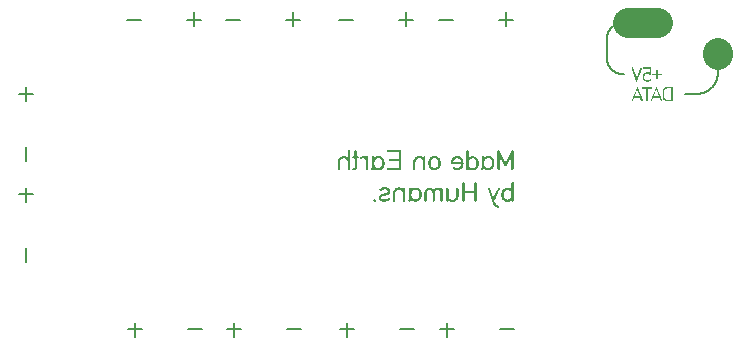
<source format=gbr>
G04 EAGLE Gerber RS-274X export*
G75*
%MOMM*%
%FSLAX34Y34*%
%LPD*%
%INSilkscreen Bottom*%
%IPPOS*%
%AMOC8*
5,1,8,0,0,1.08239X$1,22.5*%
G01*
G04 Define Apertures*
%ADD10C,0.152400*%
%ADD11C,0.203200*%
%ADD12C,2.540000*%
G36*
X-47898Y153469D02*
X-48326Y153485D01*
X-48743Y153534D01*
X-49147Y153615D01*
X-49534Y153727D01*
X-49904Y153869D01*
X-50255Y154041D01*
X-50583Y154243D01*
X-50888Y154474D01*
X-51039Y154575D01*
X-51086Y154618D01*
X-51114Y154625D01*
X-51171Y154593D01*
X-51185Y154547D01*
X-51190Y154449D01*
X-51224Y154251D01*
X-51290Y154074D01*
X-51383Y153920D01*
X-51500Y153789D01*
X-51641Y153685D01*
X-51801Y153608D01*
X-51978Y153561D01*
X-52169Y153544D01*
X-52381Y153561D01*
X-52565Y153612D01*
X-52721Y153698D01*
X-52848Y153821D01*
X-52947Y153981D01*
X-53017Y154180D01*
X-53060Y154420D01*
X-53074Y154700D01*
X-53074Y154826D01*
X-53124Y169298D01*
X-53124Y169348D01*
X-53108Y169597D01*
X-53060Y169818D01*
X-52982Y170007D01*
X-52876Y170165D01*
X-52743Y170289D01*
X-52584Y170380D01*
X-52400Y170435D01*
X-52195Y170454D01*
X-51972Y170435D01*
X-51776Y170379D01*
X-51608Y170287D01*
X-51469Y170158D01*
X-51359Y169995D01*
X-51279Y169796D01*
X-51231Y169564D01*
X-51215Y169298D01*
X-51215Y164549D01*
X-51206Y164490D01*
X-51180Y164455D01*
X-51089Y164398D01*
X-51017Y164411D01*
X-50888Y164499D01*
X-50595Y164700D01*
X-50253Y164885D01*
X-49873Y165052D01*
X-49465Y165196D01*
X-49043Y165314D01*
X-48616Y165403D01*
X-48197Y165459D01*
X-47798Y165479D01*
X-47309Y165454D01*
X-46827Y165382D01*
X-46354Y165263D01*
X-45894Y165099D01*
X-45451Y164891D01*
X-45028Y164641D01*
X-44628Y164351D01*
X-44255Y164022D01*
X-43837Y163573D01*
X-43487Y163108D01*
X-43336Y162866D01*
X-43200Y162616D01*
X-43080Y162357D01*
X-42974Y162087D01*
X-42882Y161805D01*
X-42803Y161510D01*
X-42738Y161201D01*
X-42686Y160877D01*
X-42646Y160536D01*
X-42619Y160176D01*
X-42597Y159399D01*
X-42603Y159063D01*
X-42621Y158736D01*
X-42693Y158105D01*
X-42810Y157508D01*
X-42973Y156946D01*
X-43179Y156420D01*
X-43426Y155932D01*
X-43714Y155484D01*
X-44041Y155077D01*
X-44406Y154712D01*
X-44807Y154391D01*
X-45243Y154116D01*
X-45713Y153887D01*
X-46215Y153706D01*
X-46747Y153575D01*
X-47024Y153529D01*
X-47309Y153496D01*
X-47600Y153476D01*
X-47898Y153469D01*
G37*
%LPC*%
G36*
X-47898Y155379D02*
X-47699Y155385D01*
X-47498Y155406D01*
X-47094Y155486D01*
X-46695Y155614D01*
X-46309Y155787D01*
X-45944Y155999D01*
X-45609Y156248D01*
X-45311Y156528D01*
X-45059Y156836D01*
X-44904Y157053D01*
X-44778Y157278D01*
X-44677Y157520D01*
X-44600Y157791D01*
X-44545Y158098D01*
X-44508Y158454D01*
X-44487Y158867D01*
X-44481Y159348D01*
X-44481Y159600D01*
X-44496Y160080D01*
X-44523Y160492D01*
X-44565Y160848D01*
X-44626Y161160D01*
X-44707Y161441D01*
X-44813Y161702D01*
X-44946Y161955D01*
X-45109Y162213D01*
X-45359Y162533D01*
X-45635Y162814D01*
X-45936Y163055D01*
X-46262Y163255D01*
X-46610Y163413D01*
X-46978Y163527D01*
X-47366Y163596D01*
X-47773Y163620D01*
X-47997Y163612D01*
X-48218Y163592D01*
X-48435Y163557D01*
X-48648Y163510D01*
X-49059Y163376D01*
X-49446Y163192D01*
X-49807Y162962D01*
X-50136Y162687D01*
X-50431Y162369D01*
X-50687Y162012D01*
X-50847Y161732D01*
X-50971Y161478D01*
X-51064Y161226D01*
X-51130Y160950D01*
X-51174Y160624D01*
X-51199Y160224D01*
X-51215Y159097D01*
X-51208Y158659D01*
X-51187Y158282D01*
X-51147Y157953D01*
X-51086Y157662D01*
X-51000Y157398D01*
X-50886Y157150D01*
X-50741Y156908D01*
X-50561Y156660D01*
X-50314Y156388D01*
X-50029Y156142D01*
X-49712Y155923D01*
X-49397Y155751D01*
X-49371Y155737D01*
X-49012Y155585D01*
X-48643Y155473D01*
X-48269Y155403D01*
X-47898Y155379D01*
G37*
%LPD*%
G36*
X-18164Y126799D02*
X-18506Y126810D01*
X-18845Y126843D01*
X-19180Y126898D01*
X-19510Y126973D01*
X-19833Y127069D01*
X-20149Y127185D01*
X-20456Y127320D01*
X-20755Y127474D01*
X-21042Y127647D01*
X-21319Y127838D01*
X-21583Y128047D01*
X-21834Y128272D01*
X-22071Y128515D01*
X-22293Y128773D01*
X-22498Y129047D01*
X-22686Y129337D01*
X-22878Y129690D01*
X-23041Y130055D01*
X-23175Y130439D01*
X-23283Y130847D01*
X-23364Y131285D01*
X-23421Y131757D01*
X-23454Y132270D01*
X-23465Y132829D01*
X-23442Y133567D01*
X-23413Y133912D01*
X-23372Y134242D01*
X-23318Y134558D01*
X-23252Y134861D01*
X-23172Y135151D01*
X-23079Y135429D01*
X-22971Y135698D01*
X-22850Y135956D01*
X-22714Y136205D01*
X-22564Y136447D01*
X-22217Y136910D01*
X-21807Y137352D01*
X-21434Y137681D01*
X-21034Y137971D01*
X-20611Y138221D01*
X-20167Y138429D01*
X-19707Y138593D01*
X-19234Y138712D01*
X-18752Y138784D01*
X-18264Y138809D01*
X-17857Y138789D01*
X-17435Y138734D01*
X-17008Y138646D01*
X-16587Y138529D01*
X-16182Y138388D01*
X-15805Y138226D01*
X-15465Y138047D01*
X-15174Y137854D01*
X-15105Y137807D01*
X-15092Y137796D01*
X-15073Y137779D01*
X-15020Y137757D01*
X-14948Y137754D01*
X-14900Y137756D01*
X-14869Y137772D01*
X-14852Y137817D01*
X-14847Y137904D01*
X-14847Y142628D01*
X-14831Y142894D01*
X-14782Y143126D01*
X-14703Y143325D01*
X-14593Y143488D01*
X-14453Y143617D01*
X-14285Y143709D01*
X-14090Y143765D01*
X-13867Y143784D01*
X-13661Y143765D01*
X-13478Y143710D01*
X-13319Y143619D01*
X-13186Y143495D01*
X-13079Y143337D01*
X-13001Y143148D01*
X-12954Y142927D01*
X-12938Y142678D01*
X-12938Y142603D01*
X-12988Y128156D01*
X-12988Y128030D01*
X-13002Y127750D01*
X-13044Y127510D01*
X-13115Y127311D01*
X-13214Y127151D01*
X-13341Y127028D01*
X-13497Y126942D01*
X-13680Y126891D01*
X-13892Y126874D01*
X-14084Y126891D01*
X-14261Y126938D01*
X-14422Y127016D01*
X-14564Y127122D01*
X-14685Y127256D01*
X-14783Y127415D01*
X-14854Y127598D01*
X-14897Y127804D01*
X-14905Y127863D01*
X-14926Y127898D01*
X-14973Y127955D01*
X-15010Y127948D01*
X-15048Y127905D01*
X-15174Y127779D01*
X-15478Y127556D01*
X-15807Y127361D01*
X-16157Y127193D01*
X-16527Y127053D01*
X-16915Y126943D01*
X-17318Y126864D01*
X-17735Y126815D01*
X-18164Y126799D01*
G37*
%LPC*%
G36*
X-18164Y128709D02*
X-17793Y128732D01*
X-17422Y128799D01*
X-17056Y128909D01*
X-16700Y129057D01*
X-16361Y129242D01*
X-16044Y129461D01*
X-15755Y129711D01*
X-15500Y129990D01*
X-15306Y130242D01*
X-15154Y130482D01*
X-15040Y130731D01*
X-14957Y131007D01*
X-14901Y131331D01*
X-14868Y131721D01*
X-14851Y132197D01*
X-14847Y132779D01*
X-14862Y133709D01*
X-14888Y134053D01*
X-14932Y134343D01*
X-14998Y134597D01*
X-15091Y134835D01*
X-15215Y135077D01*
X-15375Y135342D01*
X-15638Y135699D01*
X-15936Y136017D01*
X-16266Y136292D01*
X-16625Y136522D01*
X-16726Y136571D01*
X-17009Y136706D01*
X-17417Y136840D01*
X-17628Y136887D01*
X-17844Y136922D01*
X-18065Y136942D01*
X-18289Y136950D01*
X-18688Y136926D01*
X-19073Y136857D01*
X-19441Y136743D01*
X-19790Y136585D01*
X-20119Y136385D01*
X-20423Y136144D01*
X-20702Y135863D01*
X-20952Y135543D01*
X-21115Y135285D01*
X-21248Y135032D01*
X-21354Y134771D01*
X-21436Y134490D01*
X-21497Y134178D01*
X-21539Y133822D01*
X-21566Y133410D01*
X-21581Y132930D01*
X-21581Y132678D01*
X-21574Y132207D01*
X-21554Y131802D01*
X-21517Y131453D01*
X-21461Y131149D01*
X-21384Y130879D01*
X-21284Y130633D01*
X-21157Y130398D01*
X-21003Y130166D01*
X-20757Y129865D01*
X-20460Y129588D01*
X-20122Y129340D01*
X-19753Y129126D01*
X-19362Y128951D01*
X-18960Y128820D01*
X-18558Y128737D01*
X-18359Y128716D01*
X-18164Y128709D01*
G37*
%LPD*%
G36*
X-127605Y153645D02*
X-128044Y153663D01*
X-128475Y153716D01*
X-128899Y153805D01*
X-129313Y153931D01*
X-129718Y154093D01*
X-130113Y154291D01*
X-130498Y154527D01*
X-130871Y154801D01*
X-130990Y154889D01*
X-131072Y154901D01*
X-131144Y154892D01*
X-131174Y154869D01*
X-131198Y154826D01*
X-131362Y154577D01*
X-131537Y154360D01*
X-131720Y154175D01*
X-131914Y154022D01*
X-132116Y153902D01*
X-132328Y153815D01*
X-132550Y153763D01*
X-132780Y153745D01*
X-132954Y153766D01*
X-133115Y153825D01*
X-133260Y153918D01*
X-133387Y154041D01*
X-133490Y154189D01*
X-133568Y154360D01*
X-133617Y154548D01*
X-133635Y154750D01*
X-133620Y154919D01*
X-133572Y155080D01*
X-133486Y155227D01*
X-133358Y155353D01*
X-133258Y155454D01*
X-133049Y155675D01*
X-132909Y155900D01*
X-132862Y156022D01*
X-132830Y156153D01*
X-132812Y156298D01*
X-132806Y156459D01*
X-132806Y164549D01*
X-132788Y164757D01*
X-132738Y164946D01*
X-132657Y165113D01*
X-132548Y165256D01*
X-132413Y165371D01*
X-132254Y165457D01*
X-132075Y165511D01*
X-131876Y165529D01*
X-131721Y165516D01*
X-131576Y165479D01*
X-131443Y165419D01*
X-131323Y165337D01*
X-131217Y165236D01*
X-131127Y165116D01*
X-131053Y164978D01*
X-130997Y164826D01*
X-130958Y164702D01*
X-130915Y164628D01*
X-130862Y164596D01*
X-130796Y164599D01*
X-130723Y164603D01*
X-130670Y164625D01*
X-130616Y164631D01*
X-130544Y164675D01*
X-130158Y164901D01*
X-129788Y165092D01*
X-129429Y165248D01*
X-129074Y165372D01*
X-128720Y165465D01*
X-128361Y165530D01*
X-127991Y165567D01*
X-127605Y165579D01*
X-127300Y165571D01*
X-127000Y165548D01*
X-126704Y165509D01*
X-126414Y165454D01*
X-126128Y165384D01*
X-125850Y165300D01*
X-125577Y165200D01*
X-125312Y165086D01*
X-125054Y164958D01*
X-124805Y164815D01*
X-124564Y164658D01*
X-124333Y164487D01*
X-124111Y164303D01*
X-123900Y164105D01*
X-123699Y163894D01*
X-123509Y163670D01*
X-123196Y163254D01*
X-122931Y162830D01*
X-122714Y162389D01*
X-122542Y161924D01*
X-122412Y161425D01*
X-122322Y160886D01*
X-122270Y160297D01*
X-122253Y159650D01*
X-122270Y158993D01*
X-122321Y158392D01*
X-122409Y157842D01*
X-122536Y157335D01*
X-122702Y156865D01*
X-122910Y156424D01*
X-123162Y156006D01*
X-123459Y155605D01*
X-123650Y155384D01*
X-123855Y155174D01*
X-124072Y154976D01*
X-124301Y154790D01*
X-124791Y154455D01*
X-125315Y154173D01*
X-125588Y154052D01*
X-125867Y153947D01*
X-126150Y153856D01*
X-126437Y153781D01*
X-126728Y153722D01*
X-127019Y153680D01*
X-127312Y153654D01*
X-127605Y153645D01*
G37*
%LPC*%
G36*
X-127605Y155504D02*
X-127347Y155514D01*
X-127091Y155543D01*
X-126840Y155591D01*
X-126595Y155656D01*
X-126355Y155739D01*
X-126123Y155838D01*
X-125899Y155953D01*
X-125686Y156082D01*
X-125483Y156226D01*
X-125292Y156383D01*
X-125114Y156552D01*
X-124951Y156734D01*
X-124803Y156926D01*
X-124672Y157130D01*
X-124559Y157342D01*
X-124464Y157564D01*
X-124347Y157973D01*
X-124260Y158475D01*
X-124206Y159062D01*
X-124188Y159725D01*
X-124206Y160447D01*
X-124230Y160743D01*
X-124263Y160981D01*
X-124332Y161274D01*
X-124426Y161556D01*
X-124543Y161827D01*
X-124682Y162085D01*
X-124842Y162330D01*
X-125021Y162559D01*
X-125218Y162773D01*
X-125431Y162969D01*
X-125660Y163147D01*
X-125903Y163305D01*
X-126158Y163442D01*
X-126425Y163557D01*
X-126702Y163649D01*
X-126988Y163715D01*
X-127281Y163756D01*
X-127580Y163770D01*
X-127945Y163749D01*
X-128305Y163687D01*
X-128655Y163586D01*
X-128993Y163447D01*
X-129314Y163271D01*
X-129615Y163060D01*
X-129892Y162816D01*
X-130142Y162539D01*
X-130348Y162273D01*
X-130514Y162013D01*
X-130646Y161747D01*
X-130745Y161462D01*
X-130817Y161145D01*
X-130863Y160783D01*
X-130888Y160364D01*
X-130896Y159876D01*
X-130896Y159625D01*
X-130891Y159123D01*
X-130873Y158699D01*
X-130839Y158338D01*
X-130786Y158023D01*
X-130711Y157739D01*
X-130610Y157469D01*
X-130480Y157199D01*
X-130318Y156911D01*
X-130096Y156605D01*
X-129831Y156331D01*
X-129526Y156091D01*
X-129188Y155887D01*
X-128821Y155724D01*
X-128431Y155604D01*
X-128024Y155530D01*
X-127816Y155511D01*
X-127605Y155504D01*
G37*
%LPD*%
G36*
X-96230Y126975D02*
X-96669Y126993D01*
X-97100Y127046D01*
X-97524Y127135D01*
X-97938Y127261D01*
X-98343Y127423D01*
X-98738Y127621D01*
X-99123Y127857D01*
X-99496Y128131D01*
X-99615Y128219D01*
X-99697Y128231D01*
X-99769Y128222D01*
X-99799Y128199D01*
X-99823Y128156D01*
X-99987Y127907D01*
X-100162Y127690D01*
X-100345Y127505D01*
X-100539Y127352D01*
X-100741Y127232D01*
X-100953Y127145D01*
X-101175Y127093D01*
X-101405Y127075D01*
X-101579Y127096D01*
X-101740Y127155D01*
X-101885Y127248D01*
X-102012Y127371D01*
X-102115Y127519D01*
X-102193Y127690D01*
X-102242Y127878D01*
X-102260Y128080D01*
X-102245Y128249D01*
X-102197Y128410D01*
X-102111Y128557D01*
X-101983Y128683D01*
X-101883Y128784D01*
X-101674Y129005D01*
X-101534Y129230D01*
X-101487Y129352D01*
X-101455Y129483D01*
X-101437Y129628D01*
X-101431Y129789D01*
X-101431Y137879D01*
X-101413Y138087D01*
X-101363Y138276D01*
X-101282Y138443D01*
X-101173Y138586D01*
X-101038Y138701D01*
X-100879Y138787D01*
X-100700Y138841D01*
X-100501Y138859D01*
X-100346Y138846D01*
X-100201Y138809D01*
X-100068Y138749D01*
X-99948Y138667D01*
X-99842Y138566D01*
X-99752Y138446D01*
X-99678Y138308D01*
X-99622Y138156D01*
X-99583Y138032D01*
X-99540Y137958D01*
X-99487Y137926D01*
X-99421Y137929D01*
X-99348Y137933D01*
X-99295Y137955D01*
X-99241Y137961D01*
X-99169Y138005D01*
X-98783Y138231D01*
X-98413Y138422D01*
X-98054Y138578D01*
X-97699Y138702D01*
X-97345Y138795D01*
X-96986Y138860D01*
X-96616Y138897D01*
X-96230Y138909D01*
X-95925Y138901D01*
X-95625Y138878D01*
X-95329Y138839D01*
X-95039Y138784D01*
X-94753Y138714D01*
X-94475Y138630D01*
X-94202Y138530D01*
X-93937Y138416D01*
X-93679Y138288D01*
X-93430Y138145D01*
X-93189Y137988D01*
X-92958Y137817D01*
X-92736Y137633D01*
X-92525Y137435D01*
X-92324Y137224D01*
X-92134Y137000D01*
X-91821Y136584D01*
X-91556Y136160D01*
X-91339Y135719D01*
X-91167Y135254D01*
X-91037Y134755D01*
X-90947Y134216D01*
X-90895Y133627D01*
X-90878Y132980D01*
X-90895Y132323D01*
X-90946Y131722D01*
X-91034Y131172D01*
X-91161Y130665D01*
X-91327Y130195D01*
X-91535Y129754D01*
X-91787Y129336D01*
X-92084Y128935D01*
X-92275Y128714D01*
X-92480Y128504D01*
X-92697Y128306D01*
X-92926Y128120D01*
X-93416Y127785D01*
X-93940Y127503D01*
X-94213Y127382D01*
X-94492Y127277D01*
X-94775Y127186D01*
X-95062Y127111D01*
X-95353Y127052D01*
X-95644Y127010D01*
X-95937Y126984D01*
X-96230Y126975D01*
G37*
%LPC*%
G36*
X-96230Y128834D02*
X-95972Y128844D01*
X-95716Y128873D01*
X-95465Y128921D01*
X-95220Y128986D01*
X-94980Y129069D01*
X-94748Y129168D01*
X-94524Y129283D01*
X-94311Y129412D01*
X-94108Y129556D01*
X-93917Y129713D01*
X-93739Y129882D01*
X-93576Y130064D01*
X-93428Y130256D01*
X-93297Y130460D01*
X-93184Y130672D01*
X-93089Y130894D01*
X-92972Y131303D01*
X-92885Y131805D01*
X-92831Y132392D01*
X-92813Y133055D01*
X-92831Y133777D01*
X-92855Y134073D01*
X-92888Y134311D01*
X-92957Y134604D01*
X-93051Y134886D01*
X-93168Y135157D01*
X-93307Y135415D01*
X-93467Y135660D01*
X-93646Y135889D01*
X-93843Y136103D01*
X-94056Y136299D01*
X-94285Y136477D01*
X-94528Y136635D01*
X-94783Y136772D01*
X-95050Y136887D01*
X-95327Y136979D01*
X-95613Y137045D01*
X-95906Y137086D01*
X-96205Y137100D01*
X-96570Y137079D01*
X-96930Y137017D01*
X-97280Y136916D01*
X-97618Y136777D01*
X-97939Y136601D01*
X-98240Y136390D01*
X-98517Y136146D01*
X-98767Y135869D01*
X-98973Y135603D01*
X-99139Y135343D01*
X-99271Y135077D01*
X-99370Y134792D01*
X-99442Y134475D01*
X-99488Y134113D01*
X-99513Y133694D01*
X-99521Y133206D01*
X-99521Y132955D01*
X-99516Y132453D01*
X-99498Y132029D01*
X-99464Y131668D01*
X-99411Y131353D01*
X-99336Y131069D01*
X-99235Y130799D01*
X-99105Y130529D01*
X-98943Y130241D01*
X-98721Y129935D01*
X-98456Y129661D01*
X-98151Y129421D01*
X-97813Y129217D01*
X-97446Y129054D01*
X-97056Y128934D01*
X-96649Y128860D01*
X-96441Y128841D01*
X-96230Y128834D01*
G37*
%LPD*%
G36*
X-34636Y153645D02*
X-35075Y153663D01*
X-35507Y153716D01*
X-35930Y153805D01*
X-36344Y153931D01*
X-36749Y154093D01*
X-37144Y154291D01*
X-37529Y154527D01*
X-37902Y154801D01*
X-38021Y154889D01*
X-38103Y154901D01*
X-38175Y154892D01*
X-38206Y154869D01*
X-38229Y154826D01*
X-38394Y154577D01*
X-38568Y154360D01*
X-38752Y154175D01*
X-38945Y154022D01*
X-39147Y153902D01*
X-39359Y153815D01*
X-39581Y153763D01*
X-39812Y153745D01*
X-39985Y153766D01*
X-40146Y153825D01*
X-40292Y153918D01*
X-40418Y154041D01*
X-40521Y154189D01*
X-40600Y154360D01*
X-40649Y154548D01*
X-40666Y154750D01*
X-40651Y154919D01*
X-40603Y155080D01*
X-40517Y155227D01*
X-40390Y155353D01*
X-40289Y155454D01*
X-40081Y155675D01*
X-39940Y155900D01*
X-39894Y156022D01*
X-39861Y156153D01*
X-39843Y156298D01*
X-39837Y156459D01*
X-39837Y164549D01*
X-39819Y164757D01*
X-39769Y164946D01*
X-39688Y165113D01*
X-39579Y165256D01*
X-39444Y165371D01*
X-39286Y165457D01*
X-39106Y165511D01*
X-38907Y165529D01*
X-38752Y165516D01*
X-38607Y165479D01*
X-38474Y165419D01*
X-38354Y165337D01*
X-38249Y165236D01*
X-38158Y165116D01*
X-38084Y164978D01*
X-38028Y164826D01*
X-37989Y164702D01*
X-37946Y164628D01*
X-37893Y164596D01*
X-37827Y164599D01*
X-37755Y164603D01*
X-37701Y164625D01*
X-37648Y164631D01*
X-37576Y164675D01*
X-37189Y164901D01*
X-36819Y165092D01*
X-36460Y165248D01*
X-36106Y165372D01*
X-35751Y165465D01*
X-35392Y165530D01*
X-35022Y165567D01*
X-34636Y165579D01*
X-34332Y165571D01*
X-34031Y165548D01*
X-33735Y165509D01*
X-33445Y165454D01*
X-33160Y165384D01*
X-32881Y165300D01*
X-32608Y165200D01*
X-32343Y165086D01*
X-32086Y164958D01*
X-31836Y164815D01*
X-31596Y164658D01*
X-31364Y164487D01*
X-31142Y164303D01*
X-30931Y164105D01*
X-30730Y163894D01*
X-30541Y163670D01*
X-30227Y163254D01*
X-29963Y162830D01*
X-29746Y162389D01*
X-29573Y161924D01*
X-29443Y161425D01*
X-29353Y160886D01*
X-29301Y160297D01*
X-29284Y159650D01*
X-29301Y158993D01*
X-29353Y158392D01*
X-29441Y157842D01*
X-29567Y157335D01*
X-29733Y156865D01*
X-29941Y156424D01*
X-30193Y156006D01*
X-30490Y155605D01*
X-30681Y155384D01*
X-30886Y155174D01*
X-31103Y154976D01*
X-31332Y154790D01*
X-31822Y154455D01*
X-32346Y154173D01*
X-32619Y154052D01*
X-32898Y153947D01*
X-33181Y153856D01*
X-33469Y153781D01*
X-33759Y153722D01*
X-34051Y153680D01*
X-34343Y153654D01*
X-34636Y153645D01*
G37*
%LPC*%
G36*
X-34636Y155504D02*
X-34378Y155514D01*
X-34123Y155543D01*
X-33872Y155591D01*
X-33626Y155656D01*
X-33386Y155739D01*
X-33154Y155838D01*
X-32931Y155953D01*
X-32717Y156082D01*
X-32514Y156226D01*
X-32323Y156383D01*
X-32146Y156552D01*
X-31982Y156734D01*
X-31835Y156926D01*
X-31703Y157130D01*
X-31590Y157342D01*
X-31495Y157564D01*
X-31378Y157973D01*
X-31291Y158475D01*
X-31237Y159062D01*
X-31219Y159725D01*
X-31238Y160447D01*
X-31261Y160743D01*
X-31294Y160981D01*
X-31364Y161274D01*
X-31457Y161556D01*
X-31574Y161827D01*
X-31714Y162085D01*
X-31873Y162330D01*
X-32052Y162559D01*
X-32249Y162773D01*
X-32463Y162969D01*
X-32691Y163147D01*
X-32934Y163305D01*
X-33190Y163442D01*
X-33457Y163557D01*
X-33733Y163649D01*
X-34019Y163715D01*
X-34312Y163756D01*
X-34611Y163770D01*
X-34976Y163749D01*
X-35336Y163687D01*
X-35687Y163586D01*
X-36024Y163447D01*
X-36345Y163271D01*
X-36646Y163060D01*
X-36923Y162816D01*
X-37174Y162539D01*
X-37379Y162273D01*
X-37546Y162013D01*
X-37677Y161747D01*
X-37777Y161462D01*
X-37848Y161145D01*
X-37894Y160783D01*
X-37920Y160364D01*
X-37927Y159876D01*
X-37927Y159625D01*
X-37922Y159123D01*
X-37904Y158699D01*
X-37870Y158338D01*
X-37817Y158023D01*
X-37742Y157739D01*
X-37641Y157469D01*
X-37511Y157199D01*
X-37349Y156911D01*
X-37128Y156605D01*
X-36862Y156331D01*
X-36557Y156091D01*
X-36219Y155887D01*
X-35852Y155724D01*
X-35463Y155604D01*
X-35055Y155530D01*
X-34847Y155511D01*
X-34636Y155504D01*
G37*
%LPD*%
G36*
X-80035Y153645D02*
X-80327Y153652D01*
X-80612Y153673D01*
X-80891Y153707D01*
X-81164Y153755D01*
X-81430Y153817D01*
X-81689Y153891D01*
X-82185Y154077D01*
X-82651Y154313D01*
X-83085Y154596D01*
X-83486Y154925D01*
X-83851Y155297D01*
X-84180Y155711D01*
X-84470Y156165D01*
X-84720Y156657D01*
X-84929Y157185D01*
X-85094Y157748D01*
X-85214Y158343D01*
X-85287Y158970D01*
X-85305Y159294D01*
X-85312Y159625D01*
X-85312Y159826D01*
X-85273Y160463D01*
X-85188Y161075D01*
X-85058Y161658D01*
X-84884Y162211D01*
X-84668Y162731D01*
X-84413Y163218D01*
X-84120Y163667D01*
X-83792Y164078D01*
X-83429Y164448D01*
X-83033Y164776D01*
X-82607Y165059D01*
X-82153Y165295D01*
X-81672Y165482D01*
X-81166Y165619D01*
X-80904Y165667D01*
X-80636Y165702D01*
X-80363Y165723D01*
X-80086Y165730D01*
X-79738Y165718D01*
X-79394Y165683D01*
X-79054Y165624D01*
X-78719Y165542D01*
X-78390Y165436D01*
X-78068Y165306D01*
X-77754Y165153D01*
X-77448Y164976D01*
X-77095Y164752D01*
X-76770Y164521D01*
X-76474Y164281D01*
X-76205Y164032D01*
X-75961Y163771D01*
X-75744Y163498D01*
X-75550Y163210D01*
X-75381Y162907D01*
X-75235Y162586D01*
X-75110Y162246D01*
X-75007Y161885D01*
X-74925Y161503D01*
X-74862Y161097D01*
X-74818Y160667D01*
X-74793Y160210D01*
X-74784Y159725D01*
X-74802Y159066D01*
X-74853Y158450D01*
X-74933Y157881D01*
X-75036Y157363D01*
X-75157Y156966D01*
X-75313Y156583D01*
X-75502Y156218D01*
X-75721Y155871D01*
X-75969Y155543D01*
X-76244Y155237D01*
X-76544Y154954D01*
X-76866Y154694D01*
X-77210Y154459D01*
X-77572Y154252D01*
X-77952Y154072D01*
X-78346Y153922D01*
X-78754Y153803D01*
X-79172Y153716D01*
X-79600Y153663D01*
X-80035Y153645D01*
G37*
%LPC*%
G36*
X-80061Y155529D02*
X-79762Y155543D01*
X-79469Y155583D01*
X-79184Y155648D01*
X-78907Y155738D01*
X-78642Y155850D01*
X-78388Y155984D01*
X-78147Y156138D01*
X-77922Y156311D01*
X-77712Y156503D01*
X-77520Y156711D01*
X-77347Y156934D01*
X-77195Y157172D01*
X-77065Y157423D01*
X-76958Y157686D01*
X-76875Y157960D01*
X-76819Y158243D01*
X-76782Y158582D01*
X-76750Y159037D01*
X-76728Y159554D01*
X-76719Y160077D01*
X-76738Y160796D01*
X-76761Y161077D01*
X-76794Y161308D01*
X-76855Y161572D01*
X-76941Y161827D01*
X-77052Y162072D01*
X-77185Y162305D01*
X-77341Y162525D01*
X-77517Y162732D01*
X-77712Y162925D01*
X-77925Y163101D01*
X-78154Y163261D01*
X-78399Y163403D01*
X-78657Y163526D01*
X-78928Y163629D01*
X-79210Y163711D01*
X-79502Y163771D01*
X-79803Y163808D01*
X-80111Y163821D01*
X-80487Y163805D01*
X-80842Y163757D01*
X-81175Y163679D01*
X-81487Y163570D01*
X-81777Y163431D01*
X-82044Y163263D01*
X-82289Y163065D01*
X-82510Y162837D01*
X-82708Y162582D01*
X-82882Y162298D01*
X-83031Y161986D01*
X-83156Y161648D01*
X-83256Y161282D01*
X-83331Y160889D01*
X-83380Y160471D01*
X-83402Y160027D01*
X-83402Y159801D01*
X-83393Y159292D01*
X-83364Y158824D01*
X-83317Y158398D01*
X-83251Y158017D01*
X-83178Y157753D01*
X-83082Y157499D01*
X-82965Y157255D01*
X-82827Y157024D01*
X-82670Y156805D01*
X-82496Y156600D01*
X-82305Y156410D01*
X-82099Y156236D01*
X-81879Y156078D01*
X-81646Y155939D01*
X-81403Y155818D01*
X-81149Y155717D01*
X-80887Y155636D01*
X-80617Y155577D01*
X-80341Y155541D01*
X-80061Y155529D01*
G37*
%LPD*%
G36*
X-14068Y153595D02*
X-14288Y153614D01*
X-14478Y153671D01*
X-14638Y153768D01*
X-14768Y153906D01*
X-14869Y154084D01*
X-14941Y154305D01*
X-14984Y154568D01*
X-14998Y154876D01*
X-14998Y165102D01*
X-15002Y165160D01*
X-15017Y165193D01*
X-15073Y165228D01*
X-15108Y165215D01*
X-15119Y165213D01*
X-15123Y165202D01*
X-15174Y165102D01*
X-15199Y165077D01*
X-18792Y157966D01*
X-18931Y157704D01*
X-19068Y157480D01*
X-19204Y157293D01*
X-19341Y157144D01*
X-19482Y157029D01*
X-19629Y156949D01*
X-19783Y156902D01*
X-19947Y156886D01*
X-20112Y156899D01*
X-20269Y156939D01*
X-20416Y157005D01*
X-20557Y157100D01*
X-20690Y157222D01*
X-20817Y157374D01*
X-20937Y157554D01*
X-21053Y157765D01*
X-21128Y157941D01*
X-24646Y165027D01*
X-24646Y165052D01*
X-24696Y165152D01*
X-24756Y165243D01*
X-24797Y165278D01*
X-24833Y165251D01*
X-24866Y165174D01*
X-24888Y165055D01*
X-24897Y164901D01*
X-24897Y164876D01*
X-24922Y154801D01*
X-24922Y154650D01*
X-24937Y154427D01*
X-24982Y154232D01*
X-25055Y154064D01*
X-25155Y153924D01*
X-25280Y153814D01*
X-25431Y153735D01*
X-25605Y153686D01*
X-25802Y153670D01*
X-26008Y153688D01*
X-26194Y153742D01*
X-26358Y153829D01*
X-26496Y153946D01*
X-26607Y154092D01*
X-26688Y154264D01*
X-26739Y154459D01*
X-26756Y154675D01*
X-26756Y169298D01*
X-26743Y169596D01*
X-26704Y169850D01*
X-26638Y170063D01*
X-26546Y170234D01*
X-26426Y170365D01*
X-26279Y170457D01*
X-26105Y170511D01*
X-25902Y170529D01*
X-25738Y170514D01*
X-25584Y170469D01*
X-25437Y170391D01*
X-25296Y170278D01*
X-25158Y170126D01*
X-25022Y169935D01*
X-24886Y169702D01*
X-24746Y169423D01*
X-24721Y169373D01*
X-20098Y160177D01*
X-20057Y160118D01*
X-20013Y160083D01*
X-19947Y160027D01*
X-19913Y160030D01*
X-19897Y160052D01*
X-19797Y160152D01*
X-15149Y169323D01*
X-15073Y169449D01*
X-14783Y169959D01*
X-14652Y170139D01*
X-14524Y170274D01*
X-14391Y170371D01*
X-14250Y170434D01*
X-14094Y170468D01*
X-13917Y170479D01*
X-13717Y170464D01*
X-13548Y170420D01*
X-13409Y170345D01*
X-13299Y170237D01*
X-13215Y170095D01*
X-13158Y169917D01*
X-13124Y169702D01*
X-13113Y169449D01*
X-13113Y154650D01*
X-13131Y154417D01*
X-13181Y154209D01*
X-13263Y154029D01*
X-13374Y153877D01*
X-13512Y153756D01*
X-13675Y153668D01*
X-13861Y153613D01*
X-14068Y153595D01*
G37*
G36*
X-109513Y153670D02*
X-119362Y153670D01*
X-119555Y153688D01*
X-119734Y153741D01*
X-119896Y153826D01*
X-120037Y153940D01*
X-120154Y154080D01*
X-120242Y154242D01*
X-120297Y154425D01*
X-120317Y154625D01*
X-120297Y154838D01*
X-120238Y155024D01*
X-120141Y155184D01*
X-120006Y155316D01*
X-119835Y155419D01*
X-119628Y155494D01*
X-119386Y155539D01*
X-119111Y155554D01*
X-110443Y155554D01*
X-110340Y155568D01*
X-110260Y155605D01*
X-110209Y155660D01*
X-110191Y155730D01*
X-110191Y155856D01*
X-110217Y160906D01*
X-110217Y161057D01*
X-110235Y161127D01*
X-110286Y161182D01*
X-110365Y161219D01*
X-110468Y161233D01*
X-110568Y161233D01*
X-117553Y161208D01*
X-117654Y161208D01*
X-117862Y161226D01*
X-118050Y161279D01*
X-118217Y161365D01*
X-118360Y161481D01*
X-118476Y161623D01*
X-118562Y161790D01*
X-118615Y161979D01*
X-118633Y162187D01*
X-118614Y162376D01*
X-118556Y162543D01*
X-118462Y162690D01*
X-118335Y162812D01*
X-118176Y162910D01*
X-117987Y162982D01*
X-117770Y163027D01*
X-117528Y163042D01*
X-117402Y163042D01*
X-110694Y163067D01*
X-110593Y163067D01*
X-110436Y163078D01*
X-110336Y163120D01*
X-110282Y163205D01*
X-110267Y163343D01*
X-110267Y168469D01*
X-110287Y168597D01*
X-110352Y168682D01*
X-110468Y168730D01*
X-110644Y168745D01*
X-119312Y168745D01*
X-119552Y168759D01*
X-119763Y168802D01*
X-119944Y168872D01*
X-120094Y168971D01*
X-120212Y169098D01*
X-120298Y169254D01*
X-120349Y169438D01*
X-120367Y169650D01*
X-120348Y169855D01*
X-120294Y170039D01*
X-120204Y170198D01*
X-120081Y170331D01*
X-119927Y170437D01*
X-119742Y170515D01*
X-119528Y170563D01*
X-119287Y170579D01*
X-119186Y170579D01*
X-110191Y170629D01*
X-110041Y170629D01*
X-109581Y170617D01*
X-109213Y170577D01*
X-109061Y170543D01*
X-108928Y170500D01*
X-108813Y170445D01*
X-108715Y170378D01*
X-108634Y170298D01*
X-108566Y170205D01*
X-108513Y170096D01*
X-108472Y169972D01*
X-108422Y169672D01*
X-108408Y169298D01*
X-108408Y169172D01*
X-108332Y154851D01*
X-108332Y154826D01*
X-108346Y154516D01*
X-108389Y154264D01*
X-108467Y154063D01*
X-108583Y153909D01*
X-108742Y153797D01*
X-108947Y153723D01*
X-109203Y153683D01*
X-109513Y153670D01*
G37*
G36*
X-74080Y126925D02*
X-74308Y126945D01*
X-74505Y127006D01*
X-74669Y127109D01*
X-74802Y127254D01*
X-74905Y127444D01*
X-74977Y127677D01*
X-75020Y127956D01*
X-75035Y128281D01*
X-75035Y134010D01*
X-75044Y134366D01*
X-75072Y134699D01*
X-75119Y135009D01*
X-75185Y135296D01*
X-75270Y135560D01*
X-75374Y135801D01*
X-75496Y136019D01*
X-75637Y136215D01*
X-75798Y136387D01*
X-75977Y136536D01*
X-76175Y136662D01*
X-76391Y136766D01*
X-76627Y136846D01*
X-76881Y136904D01*
X-77154Y136938D01*
X-77447Y136950D01*
X-77729Y136938D01*
X-77994Y136905D01*
X-78241Y136849D01*
X-78469Y136770D01*
X-78679Y136670D01*
X-78870Y136547D01*
X-79044Y136401D01*
X-79199Y136233D01*
X-79336Y136043D01*
X-79455Y135831D01*
X-79555Y135596D01*
X-79637Y135338D01*
X-79701Y135059D01*
X-79747Y134757D01*
X-79774Y134432D01*
X-79783Y134085D01*
X-79783Y128005D01*
X-79800Y127764D01*
X-79851Y127550D01*
X-79933Y127365D01*
X-80044Y127210D01*
X-80182Y127088D01*
X-80345Y126998D01*
X-80531Y126943D01*
X-80738Y126925D01*
X-80946Y126944D01*
X-81135Y127002D01*
X-81302Y127094D01*
X-81445Y127220D01*
X-81560Y127376D01*
X-81646Y127561D01*
X-81699Y127771D01*
X-81718Y128005D01*
X-81718Y134060D01*
X-81728Y134399D01*
X-81759Y134718D01*
X-81809Y135017D01*
X-81880Y135296D01*
X-81970Y135554D01*
X-82079Y135791D01*
X-82208Y136007D01*
X-82355Y136202D01*
X-82521Y136375D01*
X-82705Y136526D01*
X-82908Y136654D01*
X-83127Y136759D01*
X-83365Y136842D01*
X-83620Y136902D01*
X-83891Y136937D01*
X-84180Y136950D01*
X-84460Y136939D01*
X-84724Y136906D01*
X-84972Y136853D01*
X-85203Y136779D01*
X-85419Y136685D01*
X-85617Y136571D01*
X-85798Y136437D01*
X-85961Y136284D01*
X-86106Y136112D01*
X-86233Y135921D01*
X-86341Y135713D01*
X-86431Y135487D01*
X-86501Y135243D01*
X-86551Y134983D01*
X-86582Y134705D01*
X-86592Y134412D01*
X-86592Y128030D01*
X-86608Y127781D01*
X-86656Y127561D01*
X-86734Y127371D01*
X-86840Y127214D01*
X-86974Y127089D01*
X-87133Y126998D01*
X-87316Y126943D01*
X-87522Y126925D01*
X-87739Y126944D01*
X-87937Y127002D01*
X-88113Y127097D01*
X-88263Y127226D01*
X-88385Y127388D01*
X-88476Y127582D01*
X-88532Y127805D01*
X-88552Y128055D01*
X-88552Y134789D01*
X-88530Y135215D01*
X-88466Y135627D01*
X-88362Y136023D01*
X-88219Y136400D01*
X-88040Y136757D01*
X-87826Y137092D01*
X-87579Y137404D01*
X-87302Y137691D01*
X-86996Y137950D01*
X-86662Y138181D01*
X-86304Y138381D01*
X-85923Y138548D01*
X-85521Y138681D01*
X-85099Y138779D01*
X-84660Y138839D01*
X-84205Y138859D01*
X-83774Y138839D01*
X-83350Y138780D01*
X-82933Y138681D01*
X-82525Y138545D01*
X-82128Y138371D01*
X-81742Y138159D01*
X-81371Y137912D01*
X-81014Y137628D01*
X-80892Y137527D01*
X-80841Y137508D01*
X-80788Y137502D01*
X-80730Y137509D01*
X-80663Y137534D01*
X-80462Y137678D01*
X-80131Y137944D01*
X-79782Y138177D01*
X-79417Y138375D01*
X-79039Y138539D01*
X-78650Y138667D01*
X-78253Y138759D01*
X-77851Y138815D01*
X-77447Y138834D01*
X-77161Y138826D01*
X-76887Y138801D01*
X-76623Y138758D01*
X-76366Y138699D01*
X-76114Y138622D01*
X-75864Y138526D01*
X-75361Y138281D01*
X-75163Y138171D01*
X-75103Y138150D01*
X-75060Y138156D01*
X-74987Y138168D01*
X-74957Y138198D01*
X-74934Y138256D01*
X-74859Y138331D01*
X-74702Y138525D01*
X-74529Y138658D01*
X-74332Y138734D01*
X-74223Y138753D01*
X-74105Y138759D01*
X-73882Y138739D01*
X-73687Y138680D01*
X-73519Y138584D01*
X-73379Y138451D01*
X-73269Y138282D01*
X-73190Y138080D01*
X-73141Y137845D01*
X-73125Y137578D01*
X-73125Y128206D01*
X-73138Y127884D01*
X-73179Y127614D01*
X-73248Y127392D01*
X-73348Y127217D01*
X-73480Y127085D01*
X-73644Y126994D01*
X-73844Y126942D01*
X-74080Y126925D01*
G37*
G36*
X-60723Y153595D02*
X-61214Y153615D01*
X-61690Y153675D01*
X-62151Y153776D01*
X-62598Y153918D01*
X-63032Y154101D01*
X-63454Y154326D01*
X-63865Y154593D01*
X-64265Y154901D01*
X-64485Y155101D01*
X-64624Y155297D01*
X-64667Y155397D01*
X-64697Y155502D01*
X-64718Y155730D01*
X-64702Y155928D01*
X-64655Y156105D01*
X-64579Y156259D01*
X-64476Y156390D01*
X-64348Y156494D01*
X-64198Y156571D01*
X-64028Y156619D01*
X-63838Y156635D01*
X-63651Y156623D01*
X-63487Y156581D01*
X-63323Y156497D01*
X-63135Y156358D01*
X-62852Y156139D01*
X-62568Y155952D01*
X-62280Y155796D01*
X-61989Y155671D01*
X-61691Y155574D01*
X-61386Y155507D01*
X-61072Y155467D01*
X-60748Y155454D01*
X-60434Y155471D01*
X-60123Y155519D01*
X-59819Y155598D01*
X-59524Y155706D01*
X-59239Y155839D01*
X-58968Y155996D01*
X-58712Y156175D01*
X-58474Y156374D01*
X-58256Y156591D01*
X-58060Y156824D01*
X-57889Y157071D01*
X-57745Y157330D01*
X-57630Y157599D01*
X-57546Y157875D01*
X-57496Y158158D01*
X-57482Y158444D01*
X-57488Y158517D01*
X-57510Y158557D01*
X-57633Y158595D01*
X-57884Y158595D01*
X-64542Y158620D01*
X-64937Y158637D01*
X-65108Y158661D01*
X-65261Y158695D01*
X-65398Y158742D01*
X-65519Y158801D01*
X-65625Y158874D01*
X-65716Y158962D01*
X-65795Y159065D01*
X-65860Y159185D01*
X-65913Y159323D01*
X-65955Y159478D01*
X-66008Y159848D01*
X-66024Y160303D01*
X-66017Y160577D01*
X-65997Y160847D01*
X-65918Y161374D01*
X-65789Y161882D01*
X-65614Y162368D01*
X-65393Y162829D01*
X-65131Y163264D01*
X-64830Y163670D01*
X-64492Y164043D01*
X-64119Y164383D01*
X-63715Y164685D01*
X-63282Y164948D01*
X-62823Y165168D01*
X-62340Y165344D01*
X-61836Y165473D01*
X-61312Y165552D01*
X-61045Y165572D01*
X-60773Y165579D01*
X-60379Y165564D01*
X-59988Y165520D01*
X-59602Y165447D01*
X-59224Y165347D01*
X-58856Y165222D01*
X-58498Y165072D01*
X-58154Y164898D01*
X-57824Y164703D01*
X-57511Y164487D01*
X-57217Y164251D01*
X-56943Y163996D01*
X-56692Y163724D01*
X-56465Y163436D01*
X-56265Y163134D01*
X-56092Y162818D01*
X-55949Y162489D01*
X-55849Y162197D01*
X-55758Y161858D01*
X-55677Y161480D01*
X-55607Y161076D01*
X-55550Y160655D01*
X-55507Y160228D01*
X-55481Y159805D01*
X-55472Y159399D01*
X-55478Y159079D01*
X-55497Y158766D01*
X-55571Y158162D01*
X-55692Y157587D01*
X-55858Y157043D01*
X-56067Y156532D01*
X-56318Y156056D01*
X-56609Y155617D01*
X-56938Y155215D01*
X-57304Y154854D01*
X-57703Y154534D01*
X-58136Y154259D01*
X-58599Y154028D01*
X-59091Y153845D01*
X-59610Y153710D01*
X-59879Y153662D01*
X-60155Y153626D01*
X-60436Y153604D01*
X-60723Y153595D01*
G37*
%LPC*%
G36*
X-57658Y160479D02*
X-57559Y160489D01*
X-57488Y160520D01*
X-57446Y160574D01*
X-57432Y160655D01*
X-57450Y160950D01*
X-57504Y161241D01*
X-57591Y161525D01*
X-57710Y161801D01*
X-57857Y162067D01*
X-58032Y162320D01*
X-58231Y162559D01*
X-58452Y162781D01*
X-58694Y162985D01*
X-58954Y163167D01*
X-59230Y163328D01*
X-59520Y163464D01*
X-59821Y163573D01*
X-60132Y163653D01*
X-60450Y163703D01*
X-60773Y163720D01*
X-61087Y163703D01*
X-61397Y163653D01*
X-61700Y163573D01*
X-61994Y163464D01*
X-62277Y163329D01*
X-62546Y163170D01*
X-62801Y162989D01*
X-63038Y162787D01*
X-63255Y162568D01*
X-63450Y162332D01*
X-63621Y162083D01*
X-63766Y161823D01*
X-63882Y161552D01*
X-63968Y161275D01*
X-64021Y160991D01*
X-64039Y160705D01*
X-64025Y160599D01*
X-64001Y160564D01*
X-63961Y160539D01*
X-63817Y160511D01*
X-63562Y160504D01*
X-57884Y160479D01*
X-57658Y160479D01*
G37*
%LPD*%
G36*
X-45237Y126950D02*
X-45436Y126968D01*
X-45619Y127021D01*
X-45782Y127106D01*
X-45921Y127220D01*
X-46035Y127360D01*
X-46120Y127522D01*
X-46173Y127705D01*
X-46191Y127905D01*
X-46191Y128080D01*
X-46242Y133960D01*
X-46242Y134085D01*
X-46217Y134085D01*
X-46231Y134228D01*
X-46279Y134321D01*
X-46365Y134371D01*
X-46493Y134387D01*
X-54156Y134387D01*
X-54378Y134383D01*
X-54498Y134355D01*
X-54530Y134325D01*
X-54548Y134281D01*
X-54558Y134136D01*
X-54558Y128005D01*
X-54574Y127773D01*
X-54623Y127568D01*
X-54702Y127392D01*
X-54812Y127245D01*
X-54952Y127129D01*
X-55120Y127044D01*
X-55315Y126992D01*
X-55538Y126975D01*
X-55750Y126992D01*
X-55934Y127042D01*
X-56089Y127129D01*
X-56216Y127251D01*
X-56315Y127412D01*
X-56386Y127611D01*
X-56428Y127850D01*
X-56442Y128131D01*
X-56442Y142552D01*
X-56425Y142814D01*
X-56374Y143052D01*
X-56293Y143262D01*
X-56182Y143441D01*
X-56044Y143586D01*
X-55881Y143694D01*
X-55695Y143760D01*
X-55488Y143784D01*
X-55275Y143762D01*
X-55088Y143699D01*
X-54928Y143594D01*
X-54797Y143447D01*
X-54693Y143260D01*
X-54618Y143031D01*
X-54573Y142762D01*
X-54558Y142452D01*
X-54558Y136623D01*
X-54546Y136455D01*
X-54501Y136356D01*
X-54462Y136327D01*
X-54410Y136308D01*
X-54257Y136296D01*
X-46543Y136296D01*
X-46390Y136308D01*
X-46298Y136350D01*
X-46253Y136434D01*
X-46242Y136573D01*
X-46242Y142578D01*
X-46227Y142859D01*
X-46184Y143101D01*
X-46112Y143304D01*
X-46009Y143469D01*
X-45876Y143597D01*
X-45712Y143687D01*
X-45515Y143741D01*
X-45287Y143758D01*
X-45073Y143738D01*
X-44883Y143676D01*
X-44720Y143577D01*
X-44583Y143441D01*
X-44475Y143271D01*
X-44397Y143069D01*
X-44348Y142837D01*
X-44332Y142578D01*
X-44332Y128030D01*
X-44346Y127775D01*
X-44389Y127554D01*
X-44459Y127368D01*
X-44558Y127217D01*
X-44685Y127099D01*
X-44841Y127016D01*
X-45025Y126966D01*
X-45237Y126950D01*
G37*
G36*
X-152549Y153570D02*
X-152747Y153588D01*
X-152927Y153642D01*
X-153086Y153730D01*
X-153221Y153849D01*
X-153330Y153998D01*
X-153411Y154174D01*
X-153461Y154375D01*
X-153478Y154600D01*
X-153478Y154776D01*
X-153503Y159298D01*
X-153503Y159424D01*
X-153513Y159947D01*
X-153544Y160425D01*
X-153599Y160862D01*
X-153679Y161258D01*
X-153752Y161503D01*
X-153846Y161740D01*
X-153960Y161968D01*
X-154094Y162185D01*
X-154246Y162390D01*
X-154414Y162582D01*
X-154597Y162761D01*
X-154794Y162925D01*
X-155004Y163074D01*
X-155225Y163206D01*
X-155456Y163321D01*
X-155697Y163417D01*
X-155944Y163493D01*
X-156198Y163549D01*
X-156457Y163583D01*
X-156719Y163594D01*
X-156945Y163586D01*
X-157170Y163562D01*
X-157394Y163522D01*
X-157614Y163466D01*
X-157831Y163394D01*
X-158044Y163308D01*
X-158453Y163092D01*
X-158884Y162787D01*
X-159238Y162466D01*
X-159388Y162296D01*
X-159522Y162117D01*
X-159639Y161928D01*
X-159741Y161726D01*
X-159828Y161510D01*
X-159901Y161279D01*
X-159960Y161031D01*
X-160007Y160763D01*
X-160043Y160476D01*
X-160067Y160166D01*
X-160086Y159474D01*
X-160086Y154826D01*
X-160098Y154521D01*
X-160135Y154266D01*
X-160200Y154058D01*
X-160293Y153893D01*
X-160417Y153769D01*
X-160574Y153685D01*
X-160764Y153636D01*
X-160991Y153620D01*
X-161213Y153639D01*
X-161409Y153694D01*
X-161577Y153787D01*
X-161716Y153915D01*
X-161826Y154079D01*
X-161906Y154277D01*
X-161954Y154509D01*
X-161970Y154776D01*
X-161970Y160177D01*
X-161964Y160462D01*
X-161944Y160743D01*
X-161867Y161287D01*
X-161742Y161809D01*
X-161570Y162307D01*
X-161354Y162777D01*
X-161096Y163218D01*
X-160798Y163627D01*
X-160463Y164003D01*
X-160092Y164342D01*
X-159689Y164644D01*
X-159254Y164905D01*
X-158790Y165124D01*
X-158301Y165298D01*
X-157786Y165425D01*
X-157250Y165503D01*
X-156975Y165522D01*
X-156694Y165529D01*
X-156304Y165515D01*
X-155927Y165472D01*
X-155563Y165402D01*
X-155212Y165303D01*
X-154875Y165176D01*
X-154553Y165020D01*
X-154246Y164836D01*
X-153956Y164625D01*
X-153828Y164540D01*
X-153805Y164499D01*
X-153745Y164461D01*
X-153704Y164424D01*
X-153579Y164373D01*
X-153522Y164395D01*
X-153508Y164419D01*
X-153503Y164474D01*
X-153503Y169348D01*
X-153487Y169606D01*
X-153438Y169832D01*
X-153359Y170026D01*
X-153249Y170187D01*
X-153109Y170313D01*
X-152941Y170404D01*
X-152746Y170460D01*
X-152523Y170479D01*
X-152310Y170459D01*
X-152124Y170400D01*
X-151964Y170304D01*
X-151832Y170171D01*
X-151729Y170003D01*
X-151654Y169800D01*
X-151609Y169565D01*
X-151594Y169298D01*
X-151594Y154725D01*
X-151610Y154459D01*
X-151658Y154227D01*
X-151737Y154028D01*
X-151845Y153865D01*
X-151981Y153736D01*
X-152145Y153644D01*
X-152334Y153588D01*
X-152549Y153570D01*
G37*
G36*
X-122709Y126975D02*
X-123207Y126991D01*
X-123681Y127038D01*
X-124130Y127116D01*
X-124553Y127224D01*
X-124949Y127361D01*
X-125317Y127525D01*
X-125655Y127716D01*
X-125963Y127933D01*
X-126239Y128175D01*
X-126482Y128441D01*
X-126691Y128730D01*
X-126864Y129042D01*
X-127001Y129375D01*
X-127101Y129728D01*
X-127161Y130101D01*
X-127182Y130492D01*
X-127158Y130876D01*
X-127087Y131237D01*
X-126970Y131576D01*
X-126805Y131893D01*
X-126593Y132189D01*
X-126334Y132464D01*
X-126027Y132719D01*
X-125674Y132955D01*
X-125159Y133216D01*
X-124872Y133335D01*
X-124553Y133448D01*
X-123791Y133665D01*
X-122810Y133884D01*
X-122056Y134035D01*
X-121478Y134161D01*
X-120992Y134279D01*
X-120586Y134411D01*
X-120256Y134559D01*
X-119996Y134729D01*
X-119802Y134923D01*
X-119728Y135031D01*
X-119669Y135146D01*
X-119624Y135270D01*
X-119593Y135402D01*
X-119575Y135543D01*
X-119569Y135693D01*
X-119580Y135878D01*
X-119615Y136054D01*
X-119671Y136222D01*
X-119749Y136380D01*
X-119848Y136529D01*
X-119966Y136668D01*
X-120104Y136795D01*
X-120260Y136912D01*
X-120433Y137017D01*
X-120624Y137109D01*
X-120831Y137189D01*
X-121053Y137255D01*
X-121290Y137307D01*
X-121540Y137346D01*
X-121805Y137369D01*
X-122081Y137377D01*
X-122447Y137368D01*
X-122781Y137338D01*
X-123096Y137283D01*
X-123403Y137198D01*
X-123717Y137079D01*
X-124049Y136921D01*
X-124413Y136720D01*
X-124820Y136472D01*
X-125046Y136321D01*
X-125247Y136196D01*
X-125539Y136039D01*
X-125653Y136005D01*
X-125775Y135995D01*
X-125966Y136014D01*
X-126101Y136070D01*
X-126229Y136148D01*
X-126348Y136248D01*
X-126455Y136363D01*
X-126547Y136491D01*
X-126623Y136626D01*
X-126681Y136763D01*
X-126717Y136897D01*
X-126729Y137025D01*
X-126715Y137147D01*
X-126673Y137282D01*
X-126602Y137428D01*
X-126503Y137578D01*
X-126345Y137754D01*
X-126163Y137924D01*
X-125959Y138088D01*
X-125736Y138243D01*
X-125237Y138530D01*
X-124682Y138777D01*
X-124083Y138980D01*
X-123773Y139063D01*
X-123458Y139132D01*
X-123139Y139187D01*
X-122819Y139228D01*
X-122499Y139253D01*
X-122182Y139261D01*
X-121679Y139244D01*
X-121199Y139192D01*
X-120743Y139107D01*
X-120312Y138991D01*
X-119908Y138845D01*
X-119531Y138669D01*
X-119185Y138465D01*
X-118868Y138234D01*
X-118584Y137978D01*
X-118334Y137697D01*
X-118118Y137393D01*
X-117938Y137067D01*
X-117796Y136720D01*
X-117693Y136354D01*
X-117630Y135969D01*
X-117609Y135568D01*
X-117621Y135247D01*
X-117659Y134943D01*
X-117722Y134656D01*
X-117810Y134386D01*
X-117925Y134133D01*
X-118066Y133895D01*
X-118234Y133673D01*
X-118429Y133467D01*
X-118651Y133275D01*
X-118901Y133098D01*
X-119179Y132936D01*
X-119485Y132787D01*
X-119820Y132652D01*
X-120184Y132531D01*
X-120578Y132422D01*
X-121001Y132327D01*
X-121905Y132151D01*
X-122282Y132056D01*
X-122584Y132000D01*
X-123359Y131830D01*
X-123664Y131774D01*
X-124055Y131680D01*
X-124381Y131567D01*
X-124646Y131431D01*
X-124854Y131268D01*
X-125010Y131076D01*
X-125116Y130852D01*
X-125177Y130591D01*
X-125197Y130291D01*
X-125185Y130125D01*
X-125149Y129967D01*
X-125091Y129816D01*
X-125011Y129674D01*
X-124910Y129541D01*
X-124789Y129417D01*
X-124647Y129303D01*
X-124487Y129198D01*
X-124308Y129105D01*
X-124112Y129022D01*
X-123899Y128951D01*
X-123670Y128892D01*
X-123426Y128845D01*
X-123167Y128812D01*
X-122895Y128791D01*
X-122609Y128784D01*
X-122161Y128803D01*
X-121706Y128858D01*
X-121247Y128948D01*
X-120790Y129073D01*
X-120340Y129230D01*
X-119899Y129420D01*
X-119473Y129640D01*
X-119066Y129889D01*
X-118840Y130015D01*
X-118621Y130154D01*
X-118441Y130238D01*
X-118285Y130280D01*
X-118137Y130291D01*
X-117946Y130273D01*
X-117773Y130220D01*
X-117619Y130135D01*
X-117487Y130021D01*
X-117379Y129882D01*
X-117299Y129719D01*
X-117249Y129536D01*
X-117232Y129337D01*
X-117251Y129157D01*
X-117311Y128991D01*
X-117412Y128835D01*
X-117559Y128683D01*
X-117806Y128486D01*
X-118068Y128300D01*
X-118629Y127961D01*
X-119235Y127668D01*
X-119880Y127424D01*
X-120556Y127231D01*
X-120904Y127154D01*
X-121258Y127090D01*
X-121616Y127040D01*
X-121978Y127004D01*
X-122343Y126982D01*
X-122709Y126975D01*
G37*
G36*
X-105799Y126900D02*
X-106023Y126919D01*
X-106224Y126977D01*
X-106400Y127070D01*
X-106549Y127198D01*
X-106668Y127357D01*
X-106756Y127546D01*
X-106810Y127763D01*
X-106829Y128005D01*
X-106829Y132804D01*
X-106839Y133416D01*
X-106873Y133969D01*
X-106935Y134461D01*
X-107030Y134889D01*
X-107102Y135112D01*
X-107194Y135326D01*
X-107306Y135532D01*
X-107437Y135728D01*
X-107584Y135913D01*
X-107748Y136087D01*
X-107927Y136249D01*
X-108119Y136397D01*
X-108325Y136531D01*
X-108541Y136650D01*
X-108768Y136753D01*
X-109005Y136840D01*
X-109249Y136908D01*
X-109500Y136959D01*
X-109758Y136989D01*
X-110020Y137000D01*
X-110384Y136983D01*
X-110732Y136934D01*
X-111063Y136853D01*
X-111375Y136742D01*
X-111668Y136602D01*
X-111941Y136433D01*
X-112193Y136236D01*
X-112422Y136014D01*
X-112628Y135766D01*
X-112810Y135493D01*
X-112967Y135198D01*
X-113097Y134880D01*
X-113200Y134541D01*
X-113275Y134182D01*
X-113321Y133803D01*
X-113336Y133407D01*
X-113336Y128106D01*
X-113351Y127834D01*
X-113397Y127604D01*
X-113474Y127413D01*
X-113581Y127261D01*
X-113719Y127144D01*
X-113887Y127063D01*
X-114086Y127016D01*
X-114316Y127000D01*
X-114538Y127020D01*
X-114734Y127079D01*
X-114902Y127175D01*
X-115041Y127308D01*
X-115151Y127476D01*
X-115231Y127678D01*
X-115279Y127914D01*
X-115296Y128181D01*
X-115296Y133558D01*
X-115289Y133847D01*
X-115270Y134132D01*
X-115195Y134686D01*
X-115072Y135218D01*
X-114904Y135724D01*
X-114692Y136203D01*
X-114439Y136652D01*
X-114146Y137069D01*
X-113817Y137452D01*
X-113452Y137798D01*
X-113054Y138106D01*
X-112626Y138373D01*
X-112169Y138596D01*
X-111685Y138774D01*
X-111177Y138903D01*
X-110914Y138949D01*
X-110646Y138983D01*
X-110373Y139003D01*
X-110095Y139010D01*
X-109685Y138993D01*
X-109285Y138944D01*
X-108895Y138863D01*
X-108515Y138749D01*
X-108146Y138604D01*
X-107788Y138427D01*
X-107441Y138219D01*
X-107105Y137980D01*
X-106973Y137911D01*
X-106879Y137879D01*
X-106819Y137895D01*
X-106778Y138005D01*
X-106744Y138169D01*
X-106679Y138321D01*
X-106588Y138458D01*
X-106474Y138576D01*
X-106339Y138674D01*
X-106188Y138747D01*
X-106024Y138793D01*
X-105849Y138809D01*
X-105596Y138789D01*
X-105384Y138729D01*
X-105211Y138623D01*
X-105073Y138470D01*
X-104970Y138264D01*
X-104898Y138003D01*
X-104857Y137683D01*
X-104844Y137301D01*
X-104844Y128030D01*
X-104860Y127772D01*
X-104908Y127546D01*
X-104987Y127352D01*
X-105095Y127192D01*
X-105231Y127065D01*
X-105395Y126974D01*
X-105584Y126918D01*
X-105799Y126900D01*
G37*
G36*
X-88611Y153570D02*
X-88836Y153589D01*
X-89037Y153647D01*
X-89213Y153740D01*
X-89362Y153868D01*
X-89481Y154027D01*
X-89568Y154216D01*
X-89623Y154433D01*
X-89641Y154675D01*
X-89641Y159474D01*
X-89651Y160086D01*
X-89685Y160639D01*
X-89747Y161131D01*
X-89842Y161559D01*
X-89914Y161782D01*
X-90007Y161996D01*
X-90119Y162202D01*
X-90249Y162398D01*
X-90397Y162583D01*
X-90561Y162757D01*
X-90739Y162919D01*
X-90932Y163067D01*
X-91137Y163201D01*
X-91354Y163320D01*
X-91581Y163423D01*
X-91817Y163510D01*
X-92062Y163578D01*
X-92313Y163629D01*
X-92570Y163659D01*
X-92832Y163670D01*
X-93196Y163653D01*
X-93544Y163604D01*
X-93875Y163523D01*
X-94188Y163412D01*
X-94481Y163272D01*
X-94754Y163103D01*
X-95005Y162906D01*
X-95235Y162684D01*
X-95441Y162436D01*
X-95622Y162163D01*
X-95779Y161868D01*
X-95909Y161550D01*
X-96013Y161211D01*
X-96087Y160852D01*
X-96133Y160473D01*
X-96149Y160077D01*
X-96149Y154776D01*
X-96164Y154504D01*
X-96210Y154274D01*
X-96286Y154083D01*
X-96393Y153931D01*
X-96531Y153814D01*
X-96700Y153733D01*
X-96899Y153686D01*
X-97128Y153670D01*
X-97351Y153690D01*
X-97546Y153749D01*
X-97714Y153845D01*
X-97854Y153978D01*
X-97964Y154146D01*
X-98043Y154348D01*
X-98092Y154584D01*
X-98108Y154851D01*
X-98108Y160228D01*
X-98102Y160517D01*
X-98083Y160802D01*
X-98007Y161356D01*
X-97884Y161888D01*
X-97716Y162394D01*
X-97504Y162873D01*
X-97251Y163322D01*
X-96959Y163739D01*
X-96629Y164122D01*
X-96264Y164468D01*
X-95867Y164776D01*
X-95438Y165043D01*
X-94981Y165266D01*
X-94498Y165444D01*
X-93989Y165573D01*
X-93727Y165619D01*
X-93458Y165653D01*
X-93185Y165673D01*
X-92907Y165680D01*
X-92498Y165663D01*
X-92097Y165614D01*
X-91707Y165533D01*
X-91328Y165419D01*
X-90958Y165274D01*
X-90600Y165097D01*
X-90253Y164889D01*
X-89918Y164650D01*
X-89786Y164581D01*
X-89691Y164549D01*
X-89632Y164565D01*
X-89591Y164675D01*
X-89556Y164839D01*
X-89492Y164991D01*
X-89401Y165128D01*
X-89286Y165246D01*
X-89152Y165344D01*
X-89001Y165417D01*
X-88836Y165463D01*
X-88661Y165479D01*
X-88409Y165459D01*
X-88197Y165399D01*
X-88023Y165293D01*
X-87886Y165140D01*
X-87782Y164934D01*
X-87711Y164673D01*
X-87670Y164353D01*
X-87656Y163971D01*
X-87656Y154700D01*
X-87673Y154442D01*
X-87721Y154216D01*
X-87799Y154022D01*
X-87908Y153862D01*
X-88044Y153735D01*
X-88207Y153644D01*
X-88397Y153588D01*
X-88611Y153570D01*
G37*
G36*
X-26164Y121724D02*
X-26449Y121745D01*
X-26745Y121808D01*
X-27049Y121909D01*
X-27359Y122046D01*
X-27672Y122216D01*
X-27984Y122418D01*
X-28294Y122648D01*
X-28598Y122905D01*
X-28894Y123185D01*
X-29178Y123485D01*
X-29448Y123805D01*
X-29701Y124140D01*
X-29934Y124490D01*
X-30144Y124850D01*
X-30329Y125218D01*
X-30486Y125593D01*
X-30520Y125690D01*
X-30536Y125769D01*
X-35033Y137251D01*
X-35084Y137326D01*
X-35134Y137553D01*
X-35190Y137725D01*
X-35209Y137879D01*
X-35190Y138054D01*
X-35134Y138218D01*
X-35046Y138367D01*
X-34930Y138498D01*
X-34788Y138606D01*
X-34626Y138688D01*
X-34447Y138740D01*
X-34255Y138759D01*
X-34083Y138744D01*
X-33924Y138702D01*
X-33780Y138631D01*
X-33648Y138532D01*
X-33530Y138405D01*
X-33424Y138250D01*
X-33331Y138066D01*
X-33249Y137854D01*
X-33224Y137754D01*
X-30461Y130819D01*
X-30433Y130760D01*
X-30392Y130725D01*
X-30285Y130668D01*
X-30225Y130690D01*
X-30203Y130714D01*
X-30184Y130769D01*
X-30184Y130794D01*
X-26667Y137929D01*
X-26578Y138105D01*
X-26482Y138255D01*
X-26378Y138381D01*
X-26265Y138482D01*
X-26142Y138560D01*
X-26010Y138615D01*
X-25866Y138647D01*
X-25712Y138658D01*
X-25521Y138639D01*
X-25344Y138583D01*
X-25186Y138495D01*
X-25049Y138378D01*
X-24937Y138237D01*
X-24853Y138075D01*
X-24801Y137896D01*
X-24782Y137703D01*
X-24786Y137568D01*
X-24808Y137452D01*
X-25034Y137000D01*
X-29230Y128332D01*
X-29255Y128281D01*
X-29270Y128234D01*
X-29305Y128131D01*
X-29327Y128080D01*
X-29330Y128030D01*
X-29305Y127879D01*
X-29280Y127854D01*
X-28526Y126045D01*
X-28335Y125630D01*
X-28118Y125251D01*
X-27874Y124905D01*
X-27600Y124591D01*
X-27294Y124306D01*
X-26954Y124049D01*
X-26578Y123817D01*
X-26164Y123608D01*
X-25938Y123508D01*
X-25789Y123429D01*
X-25660Y123343D01*
X-25552Y123250D01*
X-25464Y123150D01*
X-25396Y123042D01*
X-25348Y122928D01*
X-25319Y122807D01*
X-25310Y122679D01*
X-25328Y122486D01*
X-25380Y122307D01*
X-25461Y122145D01*
X-25568Y122003D01*
X-25695Y121887D01*
X-25840Y121799D01*
X-25998Y121743D01*
X-26164Y121724D01*
G37*
G36*
X-64832Y126824D02*
X-65243Y126840D01*
X-65646Y126886D01*
X-66040Y126963D01*
X-66424Y127072D01*
X-66798Y127213D01*
X-67160Y127386D01*
X-67510Y127591D01*
X-67847Y127829D01*
X-67976Y127898D01*
X-68048Y127930D01*
X-68096Y127928D01*
X-68127Y127914D01*
X-68143Y127877D01*
X-68149Y127804D01*
X-68192Y127640D01*
X-68262Y127488D01*
X-68357Y127351D01*
X-68472Y127232D01*
X-68605Y127135D01*
X-68753Y127062D01*
X-68911Y127016D01*
X-69078Y127000D01*
X-69331Y127019D01*
X-69543Y127080D01*
X-69716Y127187D01*
X-69854Y127342D01*
X-69957Y127551D01*
X-70029Y127816D01*
X-70070Y128142D01*
X-70083Y128533D01*
X-70083Y137553D01*
X-70067Y137811D01*
X-70019Y138040D01*
X-69940Y138238D01*
X-69832Y138404D01*
X-69695Y138535D01*
X-69532Y138630D01*
X-69343Y138688D01*
X-69128Y138708D01*
X-68912Y138687D01*
X-68717Y138627D01*
X-68545Y138529D01*
X-68400Y138397D01*
X-68282Y138233D01*
X-68196Y138040D01*
X-68142Y137821D01*
X-68123Y137578D01*
X-68123Y132904D01*
X-68110Y132278D01*
X-68070Y131720D01*
X-68007Y131233D01*
X-67922Y130819D01*
X-67850Y130592D01*
X-67757Y130374D01*
X-67643Y130165D01*
X-67511Y129966D01*
X-67362Y129778D01*
X-67196Y129602D01*
X-67015Y129439D01*
X-66820Y129290D01*
X-66612Y129154D01*
X-66394Y129034D01*
X-66164Y128931D01*
X-65926Y128844D01*
X-65680Y128775D01*
X-65427Y128725D01*
X-65170Y128694D01*
X-64907Y128683D01*
X-64543Y128700D01*
X-64195Y128750D01*
X-63864Y128832D01*
X-63552Y128944D01*
X-63259Y129087D01*
X-62986Y129257D01*
X-62734Y129455D01*
X-62505Y129679D01*
X-62299Y129928D01*
X-62117Y130201D01*
X-61960Y130497D01*
X-61830Y130814D01*
X-61727Y131152D01*
X-61652Y131509D01*
X-61606Y131884D01*
X-61591Y132276D01*
X-61591Y137477D01*
X-61576Y137742D01*
X-61530Y137972D01*
X-61453Y138166D01*
X-61346Y138325D01*
X-61208Y138449D01*
X-61040Y138537D01*
X-60841Y138590D01*
X-60611Y138608D01*
X-60396Y138587D01*
X-60204Y138525D01*
X-60036Y138425D01*
X-59895Y138287D01*
X-59782Y138115D01*
X-59699Y137908D01*
X-59648Y137670D01*
X-59631Y137402D01*
X-59631Y132251D01*
X-59638Y131961D01*
X-59657Y131677D01*
X-59732Y131123D01*
X-59855Y130593D01*
X-60023Y130089D01*
X-60235Y129612D01*
X-60488Y129165D01*
X-60781Y128750D01*
X-61110Y128369D01*
X-61475Y128025D01*
X-61873Y127720D01*
X-62301Y127455D01*
X-62758Y127234D01*
X-63242Y127058D01*
X-63750Y126930D01*
X-64013Y126884D01*
X-64281Y126851D01*
X-64554Y126831D01*
X-64832Y126824D01*
G37*
G36*
X-148215Y153544D02*
X-148517Y153559D01*
X-148780Y153601D01*
X-149004Y153673D01*
X-149189Y153774D01*
X-149334Y153904D01*
X-149438Y154064D01*
X-149501Y154254D01*
X-149522Y154474D01*
X-149508Y154662D01*
X-149466Y154831D01*
X-149397Y154980D01*
X-149302Y155108D01*
X-149181Y155215D01*
X-149034Y155301D01*
X-148863Y155364D01*
X-148668Y155404D01*
X-148442Y155429D01*
X-148244Y155472D01*
X-148084Y155530D01*
X-147957Y155607D01*
X-147860Y155708D01*
X-147791Y155839D01*
X-147745Y156005D01*
X-147720Y156210D01*
X-147713Y156459D01*
X-147713Y156585D01*
X-147763Y163192D01*
X-147763Y163243D01*
X-147772Y163392D01*
X-147788Y163440D01*
X-147817Y163475D01*
X-147860Y163498D01*
X-147922Y163511D01*
X-148115Y163519D01*
X-148567Y163519D01*
X-148800Y163535D01*
X-149008Y163583D01*
X-149188Y163662D01*
X-149340Y163770D01*
X-149461Y163907D01*
X-149549Y164070D01*
X-149604Y164260D01*
X-149622Y164474D01*
X-149605Y164716D01*
X-149550Y164916D01*
X-149453Y165078D01*
X-149308Y165206D01*
X-149112Y165301D01*
X-148859Y165368D01*
X-148545Y165409D01*
X-148165Y165429D01*
X-147958Y165433D01*
X-147891Y165443D01*
X-147845Y165463D01*
X-147815Y165496D01*
X-147798Y165545D01*
X-147788Y165705D01*
X-147788Y165755D01*
X-147813Y169348D01*
X-147813Y169474D01*
X-147796Y169707D01*
X-147745Y169914D01*
X-147664Y170095D01*
X-147553Y170246D01*
X-147415Y170367D01*
X-147252Y170456D01*
X-147066Y170510D01*
X-146859Y170529D01*
X-146644Y170510D01*
X-146455Y170456D01*
X-146292Y170367D01*
X-146155Y170246D01*
X-146047Y170095D01*
X-145968Y169914D01*
X-145920Y169707D01*
X-145904Y169474D01*
X-145904Y169323D01*
X-145879Y165881D01*
X-145879Y165730D01*
X-145863Y165577D01*
X-145840Y165524D01*
X-145807Y165485D01*
X-145699Y165440D01*
X-145527Y165429D01*
X-145401Y165429D01*
X-145101Y165413D01*
X-144841Y165367D01*
X-144621Y165291D01*
X-144440Y165184D01*
X-144300Y165046D01*
X-144200Y164877D01*
X-144140Y164678D01*
X-144120Y164449D01*
X-144139Y164236D01*
X-144196Y164049D01*
X-144292Y163889D01*
X-144428Y163758D01*
X-144603Y163654D01*
X-144820Y163579D01*
X-145077Y163534D01*
X-145376Y163519D01*
X-145477Y163519D01*
X-145663Y163508D01*
X-145778Y163466D01*
X-145814Y163429D01*
X-145837Y163381D01*
X-145854Y163243D01*
X-145854Y163142D01*
X-145803Y156007D01*
X-145803Y155956D01*
X-145811Y155639D01*
X-145836Y155348D01*
X-145877Y155081D01*
X-145936Y154838D01*
X-146014Y154618D01*
X-146109Y154420D01*
X-146224Y154245D01*
X-146359Y154091D01*
X-146514Y153957D01*
X-146690Y153844D01*
X-146888Y153750D01*
X-147107Y153674D01*
X-147349Y153616D01*
X-147614Y153576D01*
X-147903Y153552D01*
X-148215Y153544D01*
G37*
G36*
X-137174Y153570D02*
X-137401Y153586D01*
X-137594Y153638D01*
X-137755Y153726D01*
X-137883Y153852D01*
X-137981Y154019D01*
X-138050Y154227D01*
X-138090Y154478D01*
X-138103Y154776D01*
X-138103Y160780D01*
X-138113Y161111D01*
X-138144Y161425D01*
X-138194Y161721D01*
X-138263Y161999D01*
X-138352Y162258D01*
X-138458Y162498D01*
X-138583Y162717D01*
X-138725Y162916D01*
X-138884Y163094D01*
X-139060Y163250D01*
X-139252Y163383D01*
X-139460Y163494D01*
X-139683Y163581D01*
X-139921Y163644D01*
X-140173Y163682D01*
X-140440Y163695D01*
X-140585Y163685D01*
X-140737Y163657D01*
X-140897Y163610D01*
X-141065Y163544D01*
X-141426Y163356D01*
X-141822Y163092D01*
X-142136Y162913D01*
X-142253Y162876D01*
X-142374Y162866D01*
X-142559Y162886D01*
X-142732Y162945D01*
X-142889Y163037D01*
X-143028Y163158D01*
X-143142Y163304D01*
X-143229Y163470D01*
X-143285Y163652D01*
X-143304Y163846D01*
X-143298Y163956D01*
X-143279Y164063D01*
X-143200Y164266D01*
X-143060Y164460D01*
X-142852Y164650D01*
X-142588Y164846D01*
X-142309Y165020D01*
X-142016Y165171D01*
X-141712Y165297D01*
X-141399Y165397D01*
X-141082Y165469D01*
X-140761Y165514D01*
X-140440Y165529D01*
X-140196Y165516D01*
X-139937Y165480D01*
X-139668Y165420D01*
X-139394Y165341D01*
X-139118Y165242D01*
X-138846Y165126D01*
X-138582Y164995D01*
X-138329Y164851D01*
X-138226Y164785D01*
X-138179Y164775D01*
X-138097Y164794D01*
X-138044Y164839D01*
X-137978Y164926D01*
X-137906Y165032D01*
X-137824Y165124D01*
X-137632Y165265D01*
X-137525Y165315D01*
X-137412Y165350D01*
X-137295Y165371D01*
X-137174Y165378D01*
X-136952Y165358D01*
X-136759Y165298D01*
X-136595Y165197D01*
X-136461Y165055D01*
X-136355Y164872D01*
X-136280Y164647D01*
X-136234Y164380D01*
X-136219Y164072D01*
X-136219Y154725D01*
X-136233Y154445D01*
X-136276Y154205D01*
X-136349Y154006D01*
X-136451Y153846D01*
X-136584Y153723D01*
X-136749Y153637D01*
X-136945Y153586D01*
X-137174Y153570D01*
G37*
G36*
X-130726Y126925D02*
X-130953Y126944D01*
X-131160Y127002D01*
X-131344Y127094D01*
X-131502Y127220D01*
X-131630Y127376D01*
X-131726Y127561D01*
X-131786Y127771D01*
X-131807Y128005D01*
X-131807Y128055D01*
X-131778Y128256D01*
X-131712Y128442D01*
X-131614Y128608D01*
X-131486Y128752D01*
X-131333Y128871D01*
X-131157Y128960D01*
X-130962Y129016D01*
X-130751Y129035D01*
X-130532Y129012D01*
X-130328Y128946D01*
X-130145Y128842D01*
X-129985Y128702D01*
X-129854Y128532D01*
X-129755Y128336D01*
X-129693Y128117D01*
X-129671Y127879D01*
X-129693Y127687D01*
X-129755Y127508D01*
X-129853Y127345D01*
X-129982Y127204D01*
X-130138Y127088D01*
X-130318Y127000D01*
X-130515Y126944D01*
X-130726Y126925D01*
G37*
G36*
X100300Y228403D02*
X99865Y228424D01*
X99444Y228485D01*
X99038Y228585D01*
X98650Y228722D01*
X98281Y228893D01*
X97934Y229098D01*
X97610Y229333D01*
X97311Y229598D01*
X97040Y229889D01*
X96799Y230206D01*
X96589Y230546D01*
X96413Y230907D01*
X96272Y231288D01*
X96169Y231687D01*
X96106Y232101D01*
X96085Y232528D01*
X96106Y232950D01*
X96169Y233358D01*
X96271Y233752D01*
X96410Y234128D01*
X96584Y234486D01*
X96792Y234823D01*
X97031Y235138D01*
X97300Y235427D01*
X97596Y235690D01*
X97917Y235925D01*
X98261Y236128D01*
X98627Y236299D01*
X99012Y236436D01*
X99415Y236536D01*
X99833Y236597D01*
X100264Y236618D01*
X100624Y236604D01*
X100975Y236562D01*
X101316Y236489D01*
X101645Y236385D01*
X101735Y236349D01*
X101861Y236313D01*
X101950Y236295D01*
X102006Y236309D01*
X102022Y236403D01*
X102022Y239165D01*
X102010Y239220D01*
X101970Y239253D01*
X101893Y239269D01*
X101771Y239273D01*
X97376Y239273D01*
X97122Y239282D01*
X96909Y239309D01*
X96735Y239356D01*
X96598Y239425D01*
X96496Y239518D01*
X96425Y239636D01*
X96385Y239781D01*
X96372Y239954D01*
X96385Y240107D01*
X96424Y240243D01*
X96487Y240359D01*
X96573Y240457D01*
X96682Y240534D01*
X96811Y240590D01*
X96959Y240624D01*
X97125Y240636D01*
X102596Y240636D01*
X102784Y240624D01*
X102944Y240588D01*
X103076Y240526D01*
X103183Y240439D01*
X103265Y240324D01*
X103322Y240182D01*
X103356Y240011D01*
X103367Y239811D01*
X103367Y235075D01*
X103357Y234880D01*
X103326Y234712D01*
X103273Y234570D01*
X103197Y234454D01*
X103098Y234365D01*
X102974Y234301D01*
X102825Y234263D01*
X102650Y234250D01*
X102523Y234260D01*
X102419Y234297D01*
X102304Y234379D01*
X102148Y234519D01*
X101945Y234691D01*
X101729Y234841D01*
X101501Y234971D01*
X101262Y235078D01*
X101014Y235162D01*
X100758Y235223D01*
X100495Y235260D01*
X100228Y235273D01*
X99946Y235258D01*
X99671Y235216D01*
X99405Y235147D01*
X99151Y235053D01*
X98908Y234935D01*
X98678Y234795D01*
X98464Y234634D01*
X98266Y234454D01*
X98086Y234256D01*
X97926Y234042D01*
X97786Y233813D01*
X97668Y233570D01*
X97574Y233315D01*
X97505Y233050D01*
X97462Y232775D01*
X97448Y232492D01*
X97463Y232213D01*
X97506Y231940D01*
X97575Y231676D01*
X97671Y231422D01*
X97790Y231180D01*
X97931Y230951D01*
X98094Y230736D01*
X98275Y230537D01*
X98475Y230356D01*
X98691Y230195D01*
X98922Y230053D01*
X99166Y229935D01*
X99422Y229840D01*
X99688Y229770D01*
X99963Y229727D01*
X100246Y229712D01*
X100536Y229729D01*
X100826Y229779D01*
X101110Y229860D01*
X101385Y229968D01*
X101647Y230101D01*
X101891Y230257D01*
X102113Y230433D01*
X102309Y230627D01*
X102436Y230752D01*
X102558Y230835D01*
X102690Y230882D01*
X102847Y230896D01*
X102985Y230882D01*
X103115Y230843D01*
X103234Y230781D01*
X103338Y230699D01*
X103425Y230600D01*
X103490Y230487D01*
X103532Y230364D01*
X103547Y230232D01*
X103530Y230098D01*
X103484Y229965D01*
X103410Y229836D01*
X103313Y229712D01*
X103014Y229419D01*
X102684Y229159D01*
X102327Y228935D01*
X101948Y228748D01*
X101551Y228599D01*
X101142Y228491D01*
X100723Y228425D01*
X100300Y228403D01*
G37*
G36*
X91279Y228582D02*
X91182Y228590D01*
X91093Y228614D01*
X91011Y228656D01*
X90936Y228717D01*
X90866Y228798D01*
X90802Y228900D01*
X90687Y229174D01*
X87171Y239506D01*
X87135Y239596D01*
X87086Y239806D01*
X87063Y239990D01*
X87078Y240110D01*
X87120Y240225D01*
X87185Y240331D01*
X87272Y240425D01*
X87376Y240505D01*
X87495Y240565D01*
X87625Y240604D01*
X87763Y240618D01*
X87874Y240608D01*
X87977Y240579D01*
X88073Y240531D01*
X88160Y240466D01*
X88237Y240383D01*
X88305Y240285D01*
X88363Y240172D01*
X88409Y240044D01*
X88427Y239954D01*
X91171Y231954D01*
X91225Y231871D01*
X91279Y231829D01*
X91323Y231840D01*
X91368Y231918D01*
X91386Y231954D01*
X94149Y240008D01*
X94185Y240080D01*
X94230Y240206D01*
X94285Y240315D01*
X94351Y240408D01*
X94427Y240484D01*
X94512Y240542D01*
X94608Y240584D01*
X94714Y240610D01*
X94830Y240618D01*
X94973Y240605D01*
X95103Y240567D01*
X95219Y240507D01*
X95319Y240428D01*
X95400Y240330D01*
X95461Y240217D01*
X95499Y240091D01*
X95512Y239954D01*
X95494Y239791D01*
X95422Y239614D01*
X95404Y239524D01*
X91835Y229138D01*
X91817Y229066D01*
X91723Y228847D01*
X91602Y228696D01*
X91531Y228645D01*
X91454Y228610D01*
X91369Y228589D01*
X91279Y228582D01*
G37*
G36*
X108982Y230663D02*
X107852Y230663D01*
X107852Y234179D01*
X104121Y234179D01*
X104121Y235291D01*
X107870Y235291D01*
X107870Y238789D01*
X109000Y238789D01*
X109000Y235273D01*
X112749Y235273D01*
X112749Y234161D01*
X108982Y234161D01*
X108982Y230663D01*
G37*
G36*
X120774Y212072D02*
X117079Y212072D01*
X116616Y212087D01*
X116184Y212132D01*
X115782Y212207D01*
X115410Y212311D01*
X115068Y212446D01*
X114756Y212611D01*
X114474Y212806D01*
X114222Y213032D01*
X114000Y213287D01*
X113808Y213573D01*
X113645Y213890D01*
X113512Y214236D01*
X113409Y214614D01*
X113335Y215021D01*
X113291Y215460D01*
X113276Y215929D01*
X113276Y215982D01*
X113258Y220072D01*
X113258Y220144D01*
X113281Y220732D01*
X113350Y221281D01*
X113463Y221786D01*
X113617Y222243D01*
X113710Y222450D01*
X113820Y222648D01*
X113947Y222836D01*
X114088Y223014D01*
X114245Y223180D01*
X114415Y223335D01*
X114597Y223478D01*
X114792Y223608D01*
X114997Y223725D01*
X115213Y223828D01*
X115437Y223917D01*
X115670Y223991D01*
X115910Y224049D01*
X116157Y224091D01*
X116409Y224117D01*
X116666Y224126D01*
X120882Y224126D01*
X121155Y224117D01*
X121374Y224085D01*
X121543Y224027D01*
X121669Y223935D01*
X121757Y223806D01*
X121812Y223634D01*
X121842Y223414D01*
X121850Y223139D01*
X121850Y223032D01*
X121868Y212951D01*
X121868Y212897D01*
X121858Y212666D01*
X121823Y212481D01*
X121758Y212337D01*
X121657Y212229D01*
X121514Y212153D01*
X121323Y212105D01*
X121079Y212080D01*
X120774Y212072D01*
G37*
%LPC*%
G36*
X120290Y213399D02*
X120371Y213408D01*
X120426Y213438D01*
X120459Y213498D01*
X120469Y213597D01*
X120469Y222619D01*
X120466Y222700D01*
X120429Y222756D01*
X120358Y222788D01*
X120254Y222799D01*
X116971Y222799D01*
X116679Y222790D01*
X116406Y222762D01*
X116153Y222717D01*
X115920Y222652D01*
X115707Y222569D01*
X115513Y222467D01*
X115338Y222345D01*
X115182Y222205D01*
X115045Y222044D01*
X114927Y221864D01*
X114828Y221664D01*
X114746Y221444D01*
X114684Y221204D01*
X114639Y220943D01*
X114612Y220661D01*
X114604Y220359D01*
X114604Y220323D01*
X114621Y215893D01*
X114621Y215785D01*
X114630Y215489D01*
X114655Y215214D01*
X114698Y214959D01*
X114758Y214724D01*
X114835Y214509D01*
X114930Y214313D01*
X115042Y214137D01*
X115173Y213980D01*
X115322Y213843D01*
X115489Y213724D01*
X115674Y213624D01*
X115878Y213543D01*
X116100Y213480D01*
X116342Y213435D01*
X116602Y213408D01*
X116882Y213399D01*
X120290Y213399D01*
G37*
%LPD*%
G36*
X95772Y212054D02*
X95650Y212061D01*
X95539Y212083D01*
X95438Y212120D01*
X95348Y212175D01*
X95267Y212249D01*
X95194Y212342D01*
X95129Y212456D01*
X95072Y212592D01*
X94265Y214691D01*
X94247Y214745D01*
X94207Y214833D01*
X94159Y214888D01*
X94088Y214916D01*
X93978Y214924D01*
X89117Y214924D01*
X89065Y214908D01*
X89044Y214891D01*
X89027Y214852D01*
X89016Y214851D01*
X89009Y214843D01*
X88991Y214781D01*
X88973Y214709D01*
X88148Y212682D01*
X88130Y212610D01*
X88009Y212367D01*
X87938Y212274D01*
X87861Y212200D01*
X87777Y212143D01*
X87686Y212103D01*
X87589Y212080D01*
X87484Y212072D01*
X87346Y212085D01*
X87216Y212123D01*
X87098Y212182D01*
X86993Y212260D01*
X86907Y212356D01*
X86841Y212466D01*
X86799Y212587D01*
X86785Y212718D01*
X86814Y212938D01*
X86910Y213238D01*
X91018Y223462D01*
X91036Y223534D01*
X91170Y223808D01*
X91240Y223911D01*
X91314Y223992D01*
X91395Y224052D01*
X91485Y224094D01*
X91586Y224118D01*
X91700Y224126D01*
X91797Y224118D01*
X91886Y224092D01*
X91969Y224048D01*
X92047Y223985D01*
X92192Y223801D01*
X92328Y223534D01*
X96328Y213095D01*
X96330Y213086D01*
X96337Y213079D01*
X96346Y213023D01*
X96417Y212825D01*
X96433Y212745D01*
X96435Y212664D01*
X96421Y212545D01*
X96379Y212432D01*
X96315Y212329D01*
X96231Y212238D01*
X96131Y212162D01*
X96019Y212104D01*
X95898Y212067D01*
X95772Y212054D01*
G37*
%LPC*%
G36*
X93350Y216251D02*
X93465Y216259D01*
X93543Y216281D01*
X93587Y216320D01*
X93601Y216377D01*
X93565Y216503D01*
X93547Y216556D01*
X91771Y221166D01*
X91754Y221220D01*
X91718Y221292D01*
X91689Y221339D01*
X91646Y221346D01*
X91585Y221319D01*
X91558Y221275D01*
X91538Y221184D01*
X91538Y221166D01*
X89691Y216485D01*
X89673Y216431D01*
X89655Y216359D01*
X89662Y216320D01*
X89684Y216299D01*
X89780Y216251D01*
X93350Y216251D01*
G37*
%LPD*%
G36*
X112147Y212054D02*
X112025Y212061D01*
X111914Y212083D01*
X111813Y212120D01*
X111723Y212175D01*
X111642Y212249D01*
X111569Y212342D01*
X111504Y212456D01*
X111447Y212592D01*
X110640Y214691D01*
X110622Y214745D01*
X110582Y214833D01*
X110534Y214888D01*
X110463Y214916D01*
X110353Y214924D01*
X105492Y214924D01*
X105440Y214908D01*
X105419Y214891D01*
X105402Y214852D01*
X105391Y214851D01*
X105384Y214843D01*
X105366Y214781D01*
X105348Y214709D01*
X104523Y212682D01*
X104505Y212610D01*
X104384Y212367D01*
X104313Y212274D01*
X104236Y212200D01*
X104152Y212143D01*
X104061Y212103D01*
X103964Y212080D01*
X103859Y212072D01*
X103721Y212085D01*
X103591Y212123D01*
X103473Y212182D01*
X103368Y212260D01*
X103282Y212356D01*
X103216Y212466D01*
X103174Y212587D01*
X103160Y212718D01*
X103189Y212938D01*
X103285Y213238D01*
X107393Y223462D01*
X107411Y223534D01*
X107545Y223808D01*
X107615Y223911D01*
X107689Y223992D01*
X107770Y224052D01*
X107860Y224094D01*
X107961Y224118D01*
X108075Y224126D01*
X108172Y224118D01*
X108261Y224092D01*
X108344Y224048D01*
X108422Y223985D01*
X108567Y223801D01*
X108703Y223534D01*
X112703Y213095D01*
X112705Y213086D01*
X112712Y213079D01*
X112721Y213023D01*
X112792Y212825D01*
X112808Y212745D01*
X112810Y212664D01*
X112796Y212545D01*
X112754Y212432D01*
X112690Y212329D01*
X112606Y212238D01*
X112506Y212162D01*
X112394Y212104D01*
X112273Y212067D01*
X112147Y212054D01*
G37*
%LPC*%
G36*
X109725Y216251D02*
X109840Y216259D01*
X109918Y216281D01*
X109962Y216320D01*
X109976Y216377D01*
X109940Y216503D01*
X109922Y216556D01*
X108146Y221166D01*
X108129Y221220D01*
X108093Y221292D01*
X108064Y221339D01*
X108021Y221346D01*
X107960Y221319D01*
X107933Y221275D01*
X107913Y221184D01*
X107913Y221166D01*
X106066Y216485D01*
X106048Y216431D01*
X106030Y216359D01*
X106037Y216320D01*
X106059Y216299D01*
X106155Y216251D01*
X109725Y216251D01*
G37*
%LPD*%
G36*
X99769Y212018D02*
X99616Y212032D01*
X99481Y212072D01*
X99364Y212138D01*
X99267Y212231D01*
X99190Y212350D01*
X99133Y212495D01*
X99099Y212665D01*
X99087Y212861D01*
X99087Y222476D01*
X99077Y222573D01*
X99047Y222646D01*
X98997Y222693D01*
X98926Y222709D01*
X96415Y222709D01*
X96209Y222718D01*
X96033Y222747D01*
X95888Y222795D01*
X95771Y222864D01*
X95682Y222953D01*
X95620Y223065D01*
X95584Y223198D01*
X95572Y223355D01*
X95585Y223507D01*
X95625Y223640D01*
X95691Y223754D01*
X95782Y223848D01*
X95899Y223922D01*
X96041Y223975D01*
X96207Y224008D01*
X96397Y224018D01*
X103249Y224018D01*
X103448Y224009D01*
X103617Y223980D01*
X103757Y223930D01*
X103868Y223859D01*
X103952Y223765D01*
X104011Y223648D01*
X104045Y223505D01*
X104056Y223337D01*
X104044Y223176D01*
X104007Y223042D01*
X103943Y222933D01*
X103850Y222848D01*
X103727Y222785D01*
X103572Y222742D01*
X103383Y222717D01*
X103159Y222709D01*
X100648Y222709D01*
X100531Y222703D01*
X100466Y222678D01*
X100439Y222618D01*
X100433Y222512D01*
X100433Y212861D01*
X100422Y212660D01*
X100390Y212487D01*
X100336Y212342D01*
X100262Y212225D01*
X100168Y212134D01*
X100054Y212069D01*
X99921Y212031D01*
X99769Y212018D01*
G37*
D10*
X-64562Y280972D02*
X-76255Y280972D01*
X-19352Y275535D02*
X-19352Y287228D01*
X-13762Y280972D02*
X-25455Y280972D01*
X-276805Y18748D02*
X-288498Y18748D01*
X-333708Y24185D02*
X-333708Y12492D01*
X-339298Y18748D02*
X-327605Y18748D01*
X-160825Y280972D02*
X-149132Y280972D01*
X-103922Y275535D02*
X-103922Y287228D01*
X-98332Y280972D02*
X-110025Y280972D01*
X-244902Y281142D02*
X-256595Y281142D01*
X-199692Y275705D02*
X-199692Y287398D01*
X-194102Y281142D02*
X-205795Y281142D01*
X-328722Y281142D02*
X-340415Y281142D01*
X-283512Y275705D02*
X-283512Y287398D01*
X-277922Y281142D02*
X-289615Y281142D01*
X-425752Y172928D02*
X-425752Y161235D01*
X-420315Y218138D02*
X-432008Y218138D01*
X-425752Y223728D02*
X-425752Y212035D01*
X-425752Y87838D02*
X-425752Y76145D01*
X-420315Y133048D02*
X-432008Y133048D01*
X-425752Y138638D02*
X-425752Y126945D01*
X-24338Y18748D02*
X-12645Y18748D01*
X-69548Y24185D02*
X-69548Y12492D01*
X-75138Y18748D02*
X-63445Y18748D01*
X-97215Y18748D02*
X-108908Y18748D01*
X-154118Y24185D02*
X-154118Y12492D01*
X-159708Y18748D02*
X-148015Y18748D01*
X-192985Y18748D02*
X-204678Y18748D01*
X-249888Y24185D02*
X-249888Y12492D01*
X-255478Y18748D02*
X-243785Y18748D01*
D11*
X65974Y248583D02*
X65978Y248256D01*
X65990Y247928D01*
X66010Y247602D01*
X66037Y247276D01*
X66073Y246950D01*
X66116Y246626D01*
X66167Y246302D01*
X66226Y245980D01*
X66293Y245660D01*
X66368Y245341D01*
X66450Y245024D01*
X66540Y244709D01*
X66637Y244397D01*
X66742Y244087D01*
X66854Y243779D01*
X66974Y243474D01*
X67101Y243173D01*
X67236Y242874D01*
X67377Y242579D01*
X67526Y242287D01*
X67681Y241999D01*
X67844Y241715D01*
X68013Y241435D01*
X68189Y241159D01*
X68372Y240887D01*
X68561Y240620D01*
X68757Y240358D01*
X68959Y240100D01*
X69167Y239847D01*
X69381Y239600D01*
X69601Y239357D01*
X69827Y239120D01*
X70058Y238889D01*
X70295Y238663D01*
X70538Y238443D01*
X70785Y238229D01*
X71038Y238021D01*
X71296Y237819D01*
X71558Y237623D01*
X71825Y237434D01*
X72097Y237251D01*
X72373Y237075D01*
X72653Y236906D01*
X72937Y236743D01*
X73225Y236588D01*
X73517Y236439D01*
X73812Y236298D01*
X74111Y236163D01*
X74412Y236036D01*
X74717Y235916D01*
X75025Y235804D01*
X75335Y235699D01*
X75647Y235602D01*
X75962Y235512D01*
X76279Y235430D01*
X76598Y235355D01*
X76918Y235288D01*
X77240Y235229D01*
X77564Y235178D01*
X77888Y235135D01*
X78214Y235099D01*
X78540Y235072D01*
X78866Y235052D01*
X79194Y235040D01*
X79521Y235036D01*
X80720Y235036D01*
X65974Y248583D02*
X65974Y265430D01*
X65978Y265736D01*
X65989Y266043D01*
X66007Y266348D01*
X66033Y266654D01*
X66066Y266958D01*
X66107Y267262D01*
X66155Y267565D01*
X66210Y267866D01*
X66273Y268166D01*
X66342Y268464D01*
X66419Y268761D01*
X66503Y269056D01*
X66595Y269348D01*
X66693Y269638D01*
X66798Y269926D01*
X66910Y270211D01*
X67029Y270494D01*
X67155Y270773D01*
X67287Y271049D01*
X67426Y271322D01*
X67572Y271592D01*
X67724Y271858D01*
X67883Y272120D01*
X68047Y272378D01*
X68218Y272632D01*
X68395Y272883D01*
X68579Y273128D01*
X68768Y273369D01*
X68962Y273606D01*
X69163Y273838D01*
X69369Y274065D01*
X69580Y274286D01*
X69797Y274503D01*
X70018Y274714D01*
X70245Y274920D01*
X70477Y275121D01*
X70714Y275315D01*
X70955Y275504D01*
X71200Y275688D01*
X71451Y275865D01*
X71705Y276036D01*
X71963Y276200D01*
X72225Y276359D01*
X72491Y276511D01*
X72761Y276657D01*
X73034Y276796D01*
X73310Y276928D01*
X73589Y277054D01*
X73872Y277173D01*
X74157Y277285D01*
X74445Y277390D01*
X74735Y277488D01*
X75027Y277580D01*
X75322Y277664D01*
X75619Y277741D01*
X75917Y277810D01*
X76217Y277873D01*
X76518Y277928D01*
X76821Y277976D01*
X77125Y278017D01*
X77429Y278050D01*
X77735Y278076D01*
X78040Y278094D01*
X78347Y278105D01*
X78653Y278109D01*
X159900Y251460D02*
X159900Y236378D01*
X159895Y235941D01*
X159879Y235503D01*
X159852Y235067D01*
X159815Y234631D01*
X159768Y234196D01*
X159710Y233763D01*
X159642Y233331D01*
X159563Y232900D01*
X159474Y232472D01*
X159374Y232046D01*
X159264Y231623D01*
X159144Y231202D01*
X159014Y230784D01*
X158874Y230370D01*
X158724Y229959D01*
X158564Y229552D01*
X158394Y229149D01*
X158214Y228750D01*
X158025Y228356D01*
X157827Y227966D01*
X157619Y227581D01*
X157402Y227202D01*
X157175Y226827D01*
X156940Y226458D01*
X156696Y226095D01*
X156443Y225738D01*
X156182Y225388D01*
X155912Y225043D01*
X155634Y224706D01*
X155348Y224375D01*
X155054Y224051D01*
X154752Y223734D01*
X154443Y223425D01*
X154126Y223123D01*
X153802Y222829D01*
X153471Y222543D01*
X153134Y222265D01*
X152789Y221995D01*
X152439Y221734D01*
X152082Y221481D01*
X151719Y221237D01*
X151350Y221002D01*
X150975Y220775D01*
X150596Y220558D01*
X150211Y220350D01*
X149821Y220152D01*
X149427Y219963D01*
X149028Y219783D01*
X148625Y219613D01*
X148218Y219453D01*
X147807Y219303D01*
X147393Y219163D01*
X146975Y219033D01*
X146554Y218913D01*
X146131Y218803D01*
X145705Y218703D01*
X145277Y218614D01*
X144846Y218535D01*
X144414Y218467D01*
X143981Y218409D01*
X143546Y218362D01*
X143110Y218325D01*
X142674Y218298D01*
X142236Y218282D01*
X141799Y218277D01*
X132058Y218277D01*
D12*
X109079Y278109D02*
X83679Y278109D01*
X159900Y252730D02*
X159900Y251460D01*
M02*

</source>
